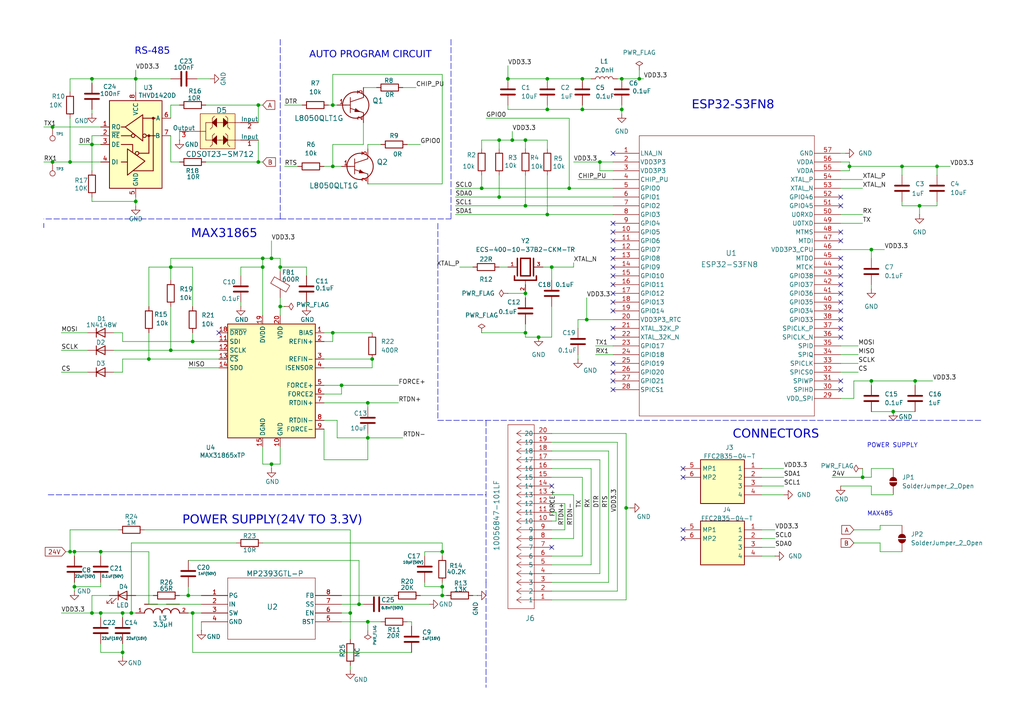
<source format=kicad_sch>
(kicad_sch (version 20231120) (generator "eeschema") (generator_version "8.0")
  (paper "A4")
  (lib_symbols
    (symbol "10056847:10056847-101LF" (pin_names (offset 0.254))
      (property "Reference" "J" (at 8.89 6.35 0))
      (property "Value" "10056847-101LF" (at 0 0 0))
      (symbol "10056847-101LF_1_1"
        (pin unspecified line (at 0 0 0) (length 5.08) (name "1") (number "1"))
        (pin unspecified line (at 0 -22.86 0) (length 5.08) (name "10") (number "10"))
        (pin unspecified line (at 0 -25.4 0) (length 5.08) (name "11") (number "11"))
        (pin unspecified line (at 0 -27.94 0) (length 5.08) (name "12") (number "12"))
        (pin unspecified line (at 0 -30.48 0) (length 5.08) (name "13") (number "13"))
        (pin unspecified line (at 0 -33.02 0) (length 5.08) (name "14") (number "14"))
        (pin unspecified line (at 0 -35.56 0) (length 5.08) (name "15") (number "15"))
        (pin unspecified line (at 0 -38.1 0) (length 5.08) (name "16") (number "16"))
        (pin unspecified line (at 0 -40.64 0) (length 5.08) (name "17") (number "17"))
        (pin unspecified line (at 0 -43.18 0) (length 5.08) (name "18") (number "18"))
        (pin unspecified line (at 0 -45.72 0) (length 5.08) (name "19") (number "19"))
        (pin unspecified line (at 0 -2.54 0) (length 5.08) (name "2") (number "2"))
        (pin unspecified line (at 0 -48.26 0) (length 5.08) (name "20") (number "20"))
        (pin unspecified line (at 0 -5.08 0) (length 5.08) (name "3") (number "3"))
        (pin unspecified line (at 0 -7.62 0) (length 5.08) (name "4") (number "4"))
        (pin unspecified line (at 0 -10.16 0) (length 5.08) (name "5") (number "5"))
        (pin unspecified line (at 0 -12.7 0) (length 5.08) (name "6") (number "6"))
        (pin unspecified line (at 0 -15.24 0) (length 5.08) (name "7") (number "7"))
        (pin unspecified line (at 0 -17.78 0) (length 5.08) (name "8") (number "8"))
        (pin unspecified line (at 0 -20.32 0) (length 5.08) (name "9") (number "9"))
      )
    )
    (symbol "Connector:TestPoint" (pin_numbers hide) (pin_names (offset 0.762) hide)
      (property "Reference" "TP" (at 0 6.858 0))
      (property "Value" "TestPoint" (at 0 5.08 0))
      (symbol "TestPoint_1_1"
        (pin passive line (at 0 0 90) (length 2.54) (name "1") (number "1"))
      )
    )
    (symbol "Device:C" (pin_numbers hide) (pin_names (offset 0.254))
      (property "Reference" "C" (at 0.635 2.54 0))
      (property "Value" "C" (at 0.635 -2.54 0))
      (symbol "C_1_1"
        (pin passive line (at 0 3.81 270) (length 2.794) (name "~") (number "1"))
        (pin passive line (at 0 -3.81 90) (length 2.794) (name "~") (number "2"))
      )
    )
    (symbol "Device:FerriteBead" (pin_numbers hide) (pin_names (offset 0))
      (property "Reference" "FB" (at -3.81 0.635 90))
      (property "Value" "FerriteBead" (at 3.81 0 90))
      (symbol "FerriteBead_1_1"
        (pin passive line (at 0 3.81 270) (length 2.54) (name "~") (number "1"))
        (pin passive line (at 0 -3.81 90) (length 2.54) (name "~") (number "2"))
      )
    )
    (symbol "Device:L" (pin_numbers hide) (pin_names (offset 1.016) hide)
      (property "Reference" "L" (at -1.27 0 90))
      (property "Value" "L" (at 1.905 0 90))
      (symbol "L_1_1"
        (pin passive line (at 0 3.81 270) (length 1.27) (name "1") (number "1"))
        (pin passive line (at 0 -3.81 90) (length 1.27) (name "2") (number "2"))
      )
    )
    (symbol "Device:LED" (pin_numbers hide) (pin_names (offset 1.016) hide)
      (property "Reference" "D" (at 0 2.54 0))
      (property "Value" "LED" (at 0 -2.54 0))
      (symbol "LED_1_1"
        (pin passive line (at -3.81 0 0) (length 2.54) (name "K") (number "1"))
        (pin passive line (at 3.81 0 180) (length 2.54) (name "A") (number "2"))
      )
    )
    (symbol "Device:R" (pin_numbers hide) (pin_names (offset 0))
      (property "Reference" "R" (at 2.032 0 90))
      (property "Value" "R" (at 0 0 90))
      (symbol "R_1_1"
        (pin passive line (at 0 3.81 270) (length 1.27) (name "~") (number "1"))
        (pin passive line (at 0 -3.81 90) (length 1.27) (name "~") (number "2"))
      )
    )
    (symbol "Diode:1N4148W" (pin_numbers hide) (pin_names hide)
      (property "Reference" "D" (at 0 2.54 0))
      (property "Value" "1N4148W" (at 0 -2.54 0))
      (symbol "1N4148W_1_1"
        (pin passive line (at -3.81 0 0) (length 2.54) (name "K") (number "1"))
        (pin passive line (at 3.81 0 180) (length 2.54) (name "A") (number "2"))
      )
    )
    (symbol "ECS-400-10-37B2-CKM-TR:ECS-400-10-37B2-CKM-TR" (pin_names (offset 1.016))
      (property "Reference" "Y" (at -5.0878 6.3559 0))
      (property "Value" "ECS-400-10-37B2-CKM-TR" (at -5.0944 3.7956 0))
      (symbol "ECS-400-10-37B2-CKM-TR_0_0"
        (pin passive line (at -5.08 0 0) (length 2.54) (name "~") (number "1"))
        (pin power_in line (at 0 -7.62 90) (length 2.54) (name "~") (number "2"))
        (pin passive line (at 5.08 0 180) (length 2.54) (name "~") (number "3"))
      )
    )
    (symbol "ESP32-S3FN8:ESP32-S3FN8" (pin_names (offset 0.254))
      (property "Reference" "U" (at 33.02 10.16 0))
      (property "Value" "ESP32-S3FN8" (at 33.02 7.62 0))
      (symbol "ESP32-S3FN8_0_1"
        (pin bidirectional line (at 0 0 0) (length 7.62) (name "LNA_IN") (number "1"))
        (pin bidirectional line (at 0 -22.86 0) (length 7.62) (name "GPIO5") (number "10"))
        (pin bidirectional line (at 0 -25.4 0) (length 7.62) (name "GPIO6") (number "11"))
        (pin bidirectional line (at 0 -27.94 0) (length 7.62) (name "GPIO7") (number "12"))
        (pin bidirectional line (at 0 -30.48 0) (length 7.62) (name "GPIO8") (number "13"))
        (pin bidirectional line (at 0 -33.02 0) (length 7.62) (name "GPIO9") (number "14"))
        (pin bidirectional line (at 0 -35.56 0) (length 7.62) (name "GPIO10") (number "15"))
        (pin bidirectional line (at 0 -38.1 0) (length 7.62) (name "GPIO11") (number "16"))
        (pin bidirectional line (at 0 -40.64 0) (length 7.62) (name "GPIO12") (number "17"))
        (pin bidirectional line (at 0 -43.18 0) (length 7.62) (name "GPIO13") (number "18"))
        (pin bidirectional line (at 0 -45.72 0) (length 7.62) (name "GPIO14") (number "19"))
        (pin power_in line (at 0 -2.54 0) (length 7.62) (name "VDD3P3") (number "2"))
        (pin power_in line (at 0 -48.26 0) (length 7.62) (name "VDD3P3_RTC") (number "20"))
        (pin bidirectional line (at 0 -50.8 0) (length 7.62) (name "XTAL_32K_P") (number "21"))
        (pin bidirectional line (at 0 -53.34 0) (length 7.62) (name "XTAL_32K_N") (number "22"))
        (pin bidirectional line (at 0 -55.88 0) (length 7.62) (name "GPIO17") (number "23"))
        (pin bidirectional line (at 0 -58.42 0) (length 7.62) (name "GPIO18") (number "24"))
        (pin bidirectional line (at 0 -60.96 0) (length 7.62) (name "GPIO19") (number "25"))
        (pin bidirectional line (at 0 -63.5 0) (length 7.62) (name "GPIO20") (number "26"))
        (pin bidirectional line (at 0 -66.04 0) (length 7.62) (name "GPIO21") (number "27"))
        (pin bidirectional line (at 0 -68.58 0) (length 7.62) (name "SPICS1") (number "28"))
        (pin power_in line (at 66.04 -71.12 180) (length 7.62) (name "VDD_SPI") (number "29"))
        (pin power_in line (at 0 -5.08 0) (length 7.62) (name "VDD3P3") (number "3"))
        (pin bidirectional line (at 66.04 -68.58 180) (length 7.62) (name "SPIHD") (number "30"))
        (pin bidirectional line (at 66.04 -66.04 180) (length 7.62) (name "SPIWP") (number "31"))
        (pin bidirectional line (at 66.04 -63.5 180) (length 7.62) (name "SPICS0") (number "32"))
        (pin bidirectional line (at 66.04 -60.96 180) (length 7.62) (name "SPICLK") (number "33"))
        (pin bidirectional line (at 66.04 -58.42 180) (length 7.62) (name "SPIQ") (number "34"))
        (pin bidirectional line (at 66.04 -55.88 180) (length 7.62) (name "SPID") (number "35"))
        (pin bidirectional line (at 66.04 -53.34 180) (length 7.62) (name "SPICLK_N") (number "36"))
        (pin bidirectional line (at 66.04 -50.8 180) (length 7.62) (name "SPICLK_P") (number "37"))
        (pin bidirectional line (at 66.04 -48.26 180) (length 7.62) (name "GPIO33") (number "38"))
        (pin bidirectional line (at 66.04 -45.72 180) (length 7.62) (name "GPIO34") (number "39"))
        (pin input line (at 0 -7.62 0) (length 7.62) (name "CHIP_PU") (number "4"))
        (pin bidirectional line (at 66.04 -43.18 180) (length 7.62) (name "GPIO35") (number "40"))
        (pin bidirectional line (at 66.04 -40.64 180) (length 7.62) (name "GPIO36") (number "41"))
        (pin bidirectional line (at 66.04 -38.1 180) (length 7.62) (name "GPIO37") (number "42"))
        (pin bidirectional line (at 66.04 -35.56 180) (length 7.62) (name "GPIO38") (number "43"))
        (pin bidirectional line (at 66.04 -33.02 180) (length 7.62) (name "MTCK") (number "44"))
        (pin bidirectional line (at 66.04 -30.48 180) (length 7.62) (name "MTDO") (number "45"))
        (pin power_in line (at 66.04 -27.94 180) (length 7.62) (name "VDD3P3_CPU") (number "46"))
        (pin bidirectional line (at 66.04 -25.4 180) (length 7.62) (name "MTDI") (number "47"))
        (pin bidirectional line (at 66.04 -22.86 180) (length 7.62) (name "MTMS") (number "48"))
        (pin bidirectional line (at 66.04 -20.32 180) (length 7.62) (name "U0TXD") (number "49"))
        (pin bidirectional line (at 0 -10.16 0) (length 7.62) (name "GPIO0") (number "5"))
        (pin bidirectional line (at 66.04 -17.78 180) (length 7.62) (name "U0RXD") (number "50"))
        (pin bidirectional line (at 66.04 -15.24 180) (length 7.62) (name "GPIO45") (number "51"))
        (pin bidirectional line (at 66.04 -12.7 180) (length 7.62) (name "GPIO46") (number "52"))
        (pin output line (at 66.04 -10.16 180) (length 7.62) (name "XTAL_N") (number "53"))
        (pin input line (at 66.04 -7.62 180) (length 7.62) (name "XTAL_P") (number "54"))
        (pin power_in line (at 66.04 -5.08 180) (length 7.62) (name "VDDA") (number "55"))
        (pin power_in line (at 66.04 -2.54 180) (length 7.62) (name "VDDA") (number "56"))
        (pin power_out line (at 66.04 0 180) (length 7.62) (name "GND") (number "57"))
        (pin bidirectional line (at 0 -12.7 0) (length 7.62) (name "GPIO1") (number "6"))
        (pin bidirectional line (at 0 -15.24 0) (length 7.62) (name "GPIO2") (number "7"))
        (pin bidirectional line (at 0 -17.78 0) (length 7.62) (name "GPIO3") (number "8"))
        (pin bidirectional line (at 0 -20.32 0) (length 7.62) (name "GPIO4") (number "9"))
      )
    )
    (symbol "FFC2B35-04-T:FFC2B35-04-T"
      (property "Reference" "J" (at 19.05 7.62 0))
      (property "Value" "FFC2B35-04-T" (at 19.05 5.08 0))
      (symbol "FFC2B35-04-T_1_1"
        (pin passive line (at 22.86 0 180) (length 5.08) (name "1") (number "1"))
        (pin passive line (at 22.86 -2.54 180) (length 5.08) (name "2") (number "2"))
        (pin passive line (at 22.86 -5.08 180) (length 5.08) (name "3") (number "3"))
        (pin passive line (at 22.86 -7.62 180) (length 5.08) (name "4") (number "4"))
        (pin passive line (at 0 0 0) (length 5.08) (name "MP1") (number "5"))
        (pin passive line (at 0 -2.54 0) (length 5.08) (name "MP2") (number "6"))
      )
    )
    (symbol "Interface_UART:THVD1420D"
      (property "Reference" "U" (at -6.096 11.43 0))
      (property "Value" "THVD1420D" (at 0.762 11.43 0))
      (symbol "THVD1420D_1_1"
        (pin output line (at -10.16 5.08 0) (length 2.54) (name "RO") (number "1"))
        (pin input line (at -10.16 2.54 0) (length 2.54) (name "~{RE}") (number "2"))
        (pin input line (at -10.16 0 0) (length 2.54) (name "DE") (number "3"))
        (pin input line (at -10.16 -5.08 0) (length 2.54) (name "DI") (number "4"))
        (pin power_in line (at 0 -15.24 90) (length 2.54) (name "GND") (number "5"))
        (pin bidirectional line (at 10.16 7.62 180) (length 2.54) (name "A") (number "6"))
        (pin bidirectional line (at 10.16 2.54 180) (length 2.54) (name "B") (number "7"))
        (pin power_in line (at 0 15.24 270) (length 2.54) (name "VCC") (number "8"))
      )
    )
    (symbol "Jumper:SolderJumper_2_Open" (pin_numbers hide) (pin_names (offset 0) hide) (exclude_from_sim yes) (in_bom no)
      (property "Reference" "JP" (at 0 2.032 0))
      (property "Value" "SolderJumper_2_Open" (at 0 -2.54 0))
      (symbol "SolderJumper_2_Open_1_1"
        (pin passive line (at -3.81 0 0) (length 2.54) (name "A") (number "1"))
        (pin passive line (at 3.81 0 180) (length 2.54) (name "B") (number "2"))
      )
    )
    (symbol "L8050QLT1G:L8050QLT1G" (pin_names (offset 0.254))
      (property "Reference" "Q" (at 10.16 2.54 0))
      (property "Value" "L8050QLT1G" (at 10.16 -2.54 0))
      (symbol "L8050QLT1G_1_1"
        (pin input line (at 0 0 0) (length 2.54) (name "") (number "1"))
        (pin bidirectional line (at 7.62 -5.08 90) (length 2.54) (name "") (number "2"))
        (pin output line (at 7.62 5.08 270) (length 2.54) (name "") (number "3"))
      )
    )
    (symbol "MP2393:MP2393GTL-P" (pin_names (offset 0.254))
      (property "Reference" "U" (at 20.32 10.16 0))
      (property "Value" "MP2393GTL-P" (at 20.32 7.62 0))
      (symbol "MP2393GTL-P_0_1"
        (pin output line (at 0 0 0) (length 7.62) (name "PG") (number "1"))
        (pin power_in line (at 0 -2.54 0) (length 7.62) (name "IN") (number "2"))
        (pin output line (at 0 -5.08 0) (length 7.62) (name "SW") (number "3"))
        (pin power_in line (at 0 -7.62 0) (length 7.62) (name "GND") (number "4"))
        (pin power_in line (at 40.64 -7.62 180) (length 7.62) (name "BST") (number "5"))
        (pin unspecified line (at 40.64 -5.08 180) (length 7.62) (name "EN") (number "6"))
        (pin unspecified line (at 40.64 -2.54 180) (length 7.62) (name "SS") (number "7"))
        (pin unspecified line (at 40.64 0 180) (length 7.62) (name "FB") (number "8"))
      )
    )
    (symbol "Sensor_Temperature:MAX31865xTP"
      (property "Reference" "U" (at -11.43 19.05 0))
      (property "Value" "MAX31865xTP" (at 10.16 19.05 0))
      (symbol "MAX31865xTP_1_1"
        (pin power_out line (at 15.24 15.24 180) (length 2.54) (name "BIAS") (number "1"))
        (pin power_in line (at 2.54 -17.78 90) (length 2.54) (name "GND") (number "10"))
        (pin input line (at -15.24 12.7 0) (length 2.54) (name "SDI") (number "11"))
        (pin input line (at -15.24 10.16 0) (length 2.54) (name "SCLK") (number "12"))
        (pin input line (at -15.24 7.62 0) (length 2.54) (name "~{CS}") (number "13"))
        (pin tri_state line (at -15.24 5.08 0) (length 2.54) (name "SDO") (number "14"))
        (pin power_in line (at -2.54 -17.78 90) (length 2.54) (name "DGND") (number "15"))
        (pin passive line (at 2.54 -17.78 90) (length 2.54) hide (name "GND") (number "16"))
        (pin no_connect line (at -12.7 -2.54 0) (length 2.54) hide (name "NC") (number "17"))
        (pin output line (at -15.24 15.24 0) (length 2.54) (name "~{DRDY}") (number "18"))
        (pin power_in line (at -2.54 20.32 270) (length 2.54) (name "DVDD") (number "19"))
        (pin input line (at 15.24 12.7 180) (length 2.54) (name "REFIN+") (number "2"))
        (pin power_in line (at 2.54 20.32 270) (length 2.54) (name "VDD") (number "20"))
        (pin passive line (at 2.54 -17.78 90) (length 2.54) hide (name "GND") (number "21"))
        (pin input line (at 15.24 7.62 180) (length 2.54) (name "REFIN-") (number "3"))
        (pin passive line (at 15.24 5.08 180) (length 2.54) (name "ISENSOR") (number "4"))
        (pin passive line (at 15.24 0 180) (length 2.54) (name "FORCE+") (number "5"))
        (pin input line (at 15.24 -2.54 180) (length 2.54) (name "FORCE2") (number "6"))
        (pin input line (at 15.24 -5.08 180) (length 2.54) (name "RTDIN+") (number "7"))
        (pin input line (at 15.24 -10.16 180) (length 2.54) (name "RTDIN-") (number "8"))
        (pin power_out line (at 15.24 -12.7 180) (length 2.54) (name "FORCE-") (number "9"))
      )
    )
    (symbol "WE-HCI_7050:WE-HCI_7050" (pin_names (offset 1.016))
      (property "Reference" "L" (at -0.06 3.81 0))
      (property "Value" "WE-HCI_7050" (at -2.7 -2.8 0))
      (symbol "WE-HCI_7050_0_0"
        (pin passive line (at -7.62 0 0) (length 2.54) (name "~") (number "1"))
        (pin passive line (at 7.62 0 180) (length 2.54) (name "~") (number "2"))
      )
    )
    (symbol "dk_TVS-Diodes:CDSOT23-SM712" (pin_names (offset 0))
      (property "Reference" "D" (at -4.953 5.969 0))
      (property "Value" "CDSOT23-SM712" (at 0 -6.35 0))
      (symbol "CDSOT23-SM712_1_1"
        (pin input line (at -12.7 2.54 0) (length 5.08) (name "Input") (number "1"))
        (pin input line (at -12.7 -2.54 0) (length 5.08) (name "Input") (number "2"))
        (pin output line (at 10.16 0 180) (length 2.54) (name "Output") (number "3"))
      )
    )
    (symbol "power:GND" (power) (pin_numbers hide) (pin_names (offset 0) hide)
      (property "Value" "GND" (at 0 -3.81 0))
      (symbol "GND_1_1"
        (pin power_in line (at 0 0 270) (length 0) (name "~") (number "1"))
      )
    )
    (symbol "power:PWR_FLAG" (power) (pin_numbers hide) (pin_names (offset 0) hide)
      (property "Value" "PWR_FLAG" (at 0 3.81 0))
      (symbol "PWR_FLAG_0_0"
        (pin power_out line (at 0 0 90) (length 0) (name "~") (number "1"))
      )
    )
  )
  (junction (at 128.27 172.72))
  (junction (at 128.27 160.02))
  (junction (at 15.24 36.83))
  (junction (at 38.1 177.8))
  (junction (at 250.19 138.43))
  (junction (at 74.93 30.48))
  (junction (at 49.53 77.47))
  (junction (at 55.88 99.06))
  (junction (at 259.08 119.38))
  (junction (at 261.62 48.26))
  (junction (at 81.28 88.9))
  (junction (at 35.56 189.23))
  (junction (at 20.32 46.99))
  (junction (at 21.59 160.02))
  (junction (at 35.56 177.8))
  (junction (at 99.06 111.76))
  (junction (at 156.21 97.79))
  (junction (at 26.67 22.86))
  (junction (at 152.4 96.52))
  (junction (at 43.18 104.14))
  (junction (at 96.52 48.26))
  (junction (at 20.32 160.02))
  (junction (at 15.24 46.99))
  (junction (at 49.53 101.6))
  (junction (at 152.4 40.64))
  (junction (at 158.75 31.75))
  (junction (at 152.4 85.09))
  (junction (at 139.7 54.61))
  (junction (at 29.21 160.02))
  (junction (at 107.95 104.14))
  (junction (at 78.74 74.93))
  (junction (at 78.74 134.62))
  (junction (at 252.73 72.39))
  (junction (at 158.75 62.23))
  (junction (at 185.42 22.86))
  (junction (at 173.99 46.99))
  (junction (at 168.91 31.75))
  (junction (at 266.7 59.69))
  (junction (at 180.34 31.75))
  (junction (at 271.78 48.26))
  (junction (at 152.4 59.69))
  (junction (at 147.32 22.86))
  (junction (at 74.93 46.99))
  (junction (at 104.14 175.26))
  (junction (at 26.67 177.8))
  (junction (at 265.43 110.49))
  (junction (at 160.02 77.47))
  (junction (at 39.37 22.86))
  (junction (at 165.1 54.61))
  (junction (at 246.38 48.26))
  (junction (at 76.2 77.47))
  (junction (at 144.78 57.15))
  (junction (at 181.61 147.32))
  (junction (at 252.73 110.49))
  (junction (at 144.78 40.64))
  (junction (at 29.21 177.8))
  (junction (at 39.37 58.42))
  (junction (at 96.52 96.52))
  (junction (at 148.59 40.64))
  (junction (at 96.52 30.48))
  (junction (at 180.34 22.86))
  (junction (at 21.59 170.18))
  (junction (at 76.2 74.93))
  (junction (at 101.6 177.8))
  (junction (at 168.91 22.86))
  (junction (at 106.68 116.84))
  (junction (at 26.67 41.91))
  (junction (at 170.18 92.71))
  (junction (at 54.61 172.72))
  (junction (at 55.88 177.8))
  (junction (at 81.28 77.47))
  (junction (at 128.27 170.18))
  (junction (at 158.75 22.86))
  (junction (at 106.68 180.34))
  (junction (at 106.68 127))
  (no_connect (at 177.8 87.63))
  (no_connect (at 177.8 97.79))
  (no_connect (at 177.8 67.31))
  (no_connect (at 177.8 113.03))
  (no_connect (at 243.84 59.69))
  (no_connect (at 177.8 44.45))
  (no_connect (at 160.02 158.75))
  (no_connect (at 177.8 107.95))
  (no_connect (at 243.84 80.01))
  (no_connect (at 177.8 69.85))
  (no_connect (at 177.8 72.39))
  (no_connect (at 198.12 138.43))
  (no_connect (at 243.84 97.79))
  (no_connect (at 243.84 57.15))
  (no_connect (at 243.84 87.63))
  (no_connect (at 198.12 153.67))
  (no_connect (at 243.84 77.47))
  (no_connect (at 177.8 95.25))
  (no_connect (at 243.84 113.03))
  (no_connect (at 177.8 64.77))
  (no_connect (at 243.84 92.71))
  (no_connect (at 177.8 85.09))
  (no_connect (at 177.8 90.17))
  (no_connect (at 243.84 90.17))
  (no_connect (at 198.12 135.89))
  (no_connect (at 177.8 110.49))
  (no_connect (at 177.8 74.93))
  (no_connect (at 243.84 67.31))
  (no_connect (at 243.84 74.93))
  (no_connect (at 177.8 82.55))
  (no_connect (at 243.84 82.55))
  (no_connect (at 63.5 96.52))
  (no_connect (at 177.8 77.47))
  (no_connect (at 160.02 140.97))
  (no_connect (at 177.8 105.41))
  (no_connect (at 243.84 69.85))
  (no_connect (at 243.84 110.49))
  (no_connect (at 243.84 95.25))
  (no_connect (at 243.84 85.09))
  (no_connect (at 198.12 156.21))
  (no_connect (at 177.8 80.01))
  (wire (pts (xy 252.73 135.89) (xy 252.73 138.43)))
  (wire (pts (xy 88.9 77.47) (xy 88.9 80.01)))
  (wire (pts (xy 12.7 46.99) (xy 15.24 46.99)))
  (wire (pts (xy 43.18 104.14) (xy 35.56 104.14)))
  (wire (pts (xy 243.84 72.39) (xy 252.73 72.39)))
  (wire (pts (xy 82.55 30.48) (xy 87.63 30.48)))
  (wire (pts (xy 255.27 153.67) (xy 255.27 152.4)))
  (wire (pts (xy 160.02 128.27) (xy 179.07 128.27)))
  (wire (pts (xy 41.91 153.67) (xy 101.6 153.67)))
  (wire (pts (xy 20.32 22.86) (xy 26.67 22.86)))
  (wire (pts (xy 261.62 58.42) (xy 261.62 59.69)))
  (wire (pts (xy 158.75 50.8) (xy 158.75 62.23)))
  (wire (pts (xy 243.84 107.95) (xy 248.92 107.95)))
  (wire (pts (xy 144.78 50.8) (xy 144.78 57.15)))
  (wire (pts (xy 15.24 36.83) (xy 29.21 36.83)))
  (wire (pts (xy 179.07 22.86) (xy 180.34 22.86)))
  (wire (pts (xy 261.62 59.69) (xy 266.7 59.69)))
  (polyline (pts (xy 12.7 64.77) (xy 12.7 66.04)) (stroke (width 0) (type dash)))
  (wire (pts (xy 243.84 44.45) (xy 245.11 44.45)))
  (wire (pts (xy 99.06 175.26) (xy 104.14 175.26)))
  (wire (pts (xy 96.52 99.06) (xy 96.52 96.52)))
  (wire (pts (xy 158.75 30.48) (xy 158.75 31.75)))
  (wire (pts (xy 35.56 99.06) (xy 35.56 96.52)))
  (wire (pts (xy 176.53 168.91) (xy 160.02 168.91)))
  (wire (pts (xy 166.37 143.51) (xy 166.37 156.21)))
  (wire (pts (xy 259.08 135.89) (xy 252.73 135.89)))
  (wire (pts (xy 160.02 133.35) (xy 173.99 133.35)))
  (wire (pts (xy 168.91 138.43) (xy 168.91 161.29)))
  (wire (pts (xy 104.14 162.56) (xy 104.14 175.26)))
  (wire (pts (xy 38.1 157.48) (xy 68.58 157.48)))
  (wire (pts (xy 243.84 102.87) (xy 248.92 102.87)))
  (wire (pts (xy 157.48 77.47) (xy 160.02 77.47)))
  (wire (pts (xy 179.07 171.45) (xy 160.02 171.45)))
  (wire (pts (xy 144.78 40.64) (xy 148.59 40.64)))
  (wire (pts (xy 21.59 168.91) (xy 21.59 170.18)))
  (wire (pts (xy 252.73 119.38) (xy 259.08 119.38)))
  (wire (pts (xy 101.6 177.8) (xy 101.6 153.67)))
  (wire (pts (xy 152.4 40.64) (xy 158.75 40.64)))
  (wire (pts (xy 96.52 96.52) (xy 107.95 96.52)))
  (wire (pts (xy 99.06 177.8) (xy 101.6 177.8)))
  (wire (pts (xy 252.73 82.55) (xy 252.73 83.82)))
  (wire (pts (xy 81.28 86.36) (xy 81.28 88.9)))
  (wire (pts (xy 106.68 118.11) (xy 106.68 116.84)))
  (wire (pts (xy 147.32 85.09) (xy 152.4 85.09)))
  (wire (pts (xy 17.78 177.8) (xy 26.67 177.8)))
  (wire (pts (xy 78.74 134.62) (xy 81.28 134.62)))
  (polyline (pts (xy 81.28 63.5) (xy 12.7 63.5)) (stroke (width 0) (type dash)))
  (wire (pts (xy 26.67 177.8) (xy 29.21 177.8)))
  (wire (pts (xy 118.11 180.34) (xy 119.38 180.34)))
  (wire (pts (xy 220.98 156.21) (xy 224.79 156.21)))
  (polyline (pts (xy 13.97 143.51) (xy 127 143.51)) (stroke (width 0) (type dash)))
  (wire (pts (xy 17.78 107.95) (xy 25.4 107.95)))
  (wire (pts (xy 49.53 30.48) (xy 52.07 30.48)))
  (wire (pts (xy 132.08 62.23) (xy 158.75 62.23)))
  (wire (pts (xy 158.75 22.86) (xy 168.91 22.86)))
  (wire (pts (xy 140.97 34.29) (xy 165.1 34.29)))
  (wire (pts (xy 246.38 48.26) (xy 246.38 46.99)))
  (wire (pts (xy 152.4 50.8) (xy 152.4 59.69)))
  (wire (pts (xy 119.38 180.34) (xy 119.38 181.61)))
  (wire (pts (xy 123.19 170.18) (xy 123.19 168.91)))
  (wire (pts (xy 139.7 43.18) (xy 139.7 40.64)))
  (wire (pts (xy 43.18 88.9) (xy 43.18 77.47)))
  (wire (pts (xy 54.61 170.18) (xy 54.61 172.72)))
  (wire (pts (xy 39.37 58.42) (xy 39.37 59.69)))
  (wire (pts (xy 104.14 175.26) (xy 105.41 175.26)))
  (wire (pts (xy 20.32 46.99) (xy 29.21 46.99)))
  (wire (pts (xy 43.18 96.52) (xy 43.18 104.14)))
  (wire (pts (xy 35.56 96.52) (xy 33.02 96.52)))
  (wire (pts (xy 39.37 22.86) (xy 39.37 26.67)))
  (wire (pts (xy 59.69 46.99) (xy 74.93 46.99)))
  (wire (pts (xy 170.18 86.36) (xy 170.18 92.71)))
  (wire (pts (xy 29.21 186.69) (xy 29.21 189.23)))
  (wire (pts (xy 93.98 114.3) (xy 99.06 114.3)))
  (wire (pts (xy 243.84 105.41) (xy 248.92 105.41)))
  (wire (pts (xy 49.53 46.99) (xy 52.07 46.99)))
  (wire (pts (xy 266.7 59.69) (xy 266.7 62.23)))
  (wire (pts (xy 247.65 115.57) (xy 247.65 110.49)))
  (wire (pts (xy 105.41 25.4) (xy 109.22 25.4)))
  (wire (pts (xy 161.29 148.59) (xy 161.29 151.13)))
  (wire (pts (xy 96.52 41.91) (xy 96.52 48.26)))
  (polyline (pts (xy 284.48 121.92) (xy 177.8 121.92)) (stroke (width 0) (type dash)))
  (wire (pts (xy 55.88 177.8) (xy 58.42 177.8)))
  (wire (pts (xy 54.61 162.56) (xy 104.14 162.56)))
  (wire (pts (xy 160.02 130.81) (xy 176.53 130.81)))
  (wire (pts (xy 35.56 177.8) (xy 38.1 177.8)))
  (wire (pts (xy 35.56 104.14) (xy 35.56 107.95)))
  (wire (pts (xy 88.9 88.9) (xy 88.9 87.63)))
  (wire (pts (xy 63.5 104.14) (xy 43.18 104.14)))
  (wire (pts (xy 106.68 116.84) (xy 115.57 116.84)))
  (wire (pts (xy 39.37 22.86) (xy 49.53 22.86)))
  (wire (pts (xy 55.88 99.06) (xy 35.56 99.06)))
  (wire (pts (xy 148.59 38.1) (xy 148.59 40.64)))
  (wire (pts (xy 180.34 33.02) (xy 180.34 31.75)))
  (wire (pts (xy 76.2 74.93) (xy 78.74 74.93)))
  (wire (pts (xy 166.37 77.47) (xy 160.02 77.47)))
  (wire (pts (xy 20.32 22.86) (xy 20.32 26.67)))
  (wire (pts (xy 54.61 177.8) (xy 55.88 177.8)))
  (wire (pts (xy 139.7 54.61) (xy 165.1 54.61)))
  (wire (pts (xy 93.98 116.84) (xy 106.68 116.84)))
  (wire (pts (xy 21.59 160.02) (xy 21.59 161.29)))
  (wire (pts (xy 160.02 163.83) (xy 171.45 163.83)))
  (wire (pts (xy 123.19 170.18) (xy 128.27 170.18)))
  (wire (pts (xy 35.56 189.23) (xy 35.56 190.5)))
  (wire (pts (xy 26.67 22.86) (xy 26.67 24.13)))
  (polyline (pts (xy 127 143.51) (xy 140.97 143.51)) (stroke (width 0) (type dash)))
  (wire (pts (xy 52.07 38.1) (xy 52.07 40.64)))
  (wire (pts (xy 172.72 102.87) (xy 177.8 102.87)))
  (wire (pts (xy 144.78 57.15) (xy 177.8 57.15)))
  (wire (pts (xy 243.84 62.23) (xy 250.19 62.23)))
  (wire (pts (xy 243.84 52.07) (xy 250.19 52.07)))
  (wire (pts (xy 220.98 153.67) (xy 224.79 153.67)))
  (wire (pts (xy 54.61 172.72) (xy 58.42 172.72)))
  (wire (pts (xy 81.28 77.47) (xy 88.9 77.47)))
  (wire (pts (xy 81.28 129.54) (xy 81.28 134.62)))
  (wire (pts (xy 96.52 48.26) (xy 99.06 48.26)))
  (polyline (pts (xy 81.28 63.5) (xy 130.81 63.5)) (stroke (width 0) (type dash)))
  (wire (pts (xy 185.42 20.32) (xy 185.42 22.86)))
  (wire (pts (xy 78.74 69.85) (xy 78.74 74.93)))
  (wire (pts (xy 158.75 62.23) (xy 177.8 62.23)))
  (wire (pts (xy 58.42 182.88) (xy 58.42 180.34)))
  (wire (pts (xy 21.59 170.18) (xy 21.59 171.45)))
  (wire (pts (xy 20.32 34.29) (xy 20.32 46.99)))
  (wire (pts (xy 55.88 189.23) (xy 119.38 189.23)))
  (wire (pts (xy 106.68 41.91) (xy 106.68 43.18)))
  (wire (pts (xy 160.02 146.05) (xy 163.83 146.05)))
  (wire (pts (xy 139.7 50.8) (xy 139.7 54.61)))
  (wire (pts (xy 49.53 74.93) (xy 76.2 74.93)))
  (wire (pts (xy 107.95 104.14) (xy 107.95 106.68)))
  (wire (pts (xy 243.84 100.33) (xy 248.92 100.33)))
  (wire (pts (xy 166.37 76.2) (xy 166.37 77.47)))
  (wire (pts (xy 96.52 21.59) (xy 96.52 30.48)))
  (wire (pts (xy 97.79 127) (xy 106.68 127)))
  (wire (pts (xy 29.21 177.8) (xy 35.56 177.8)))
  (wire (pts (xy 271.78 59.69) (xy 266.7 59.69)))
  (wire (pts (xy 74.93 30.48) (xy 76.2 30.48)))
  (wire (pts (xy 74.93 30.48) (xy 74.93 35.56)))
  (wire (pts (xy 176.53 130.81) (xy 176.53 168.91)))
  (wire (pts (xy 63.5 101.6) (xy 49.53 101.6)))
  (wire (pts (xy 147.32 30.48) (xy 147.32 31.75)))
  (wire (pts (xy 160.02 135.89) (xy 171.45 135.89)))
  (wire (pts (xy 99.06 111.76) (xy 115.57 111.76)))
  (wire (pts (xy 182.88 147.32) (xy 181.61 147.32)))
  (wire (pts (xy 74.93 40.64) (xy 74.93 46.99)))
  (wire (pts (xy 156.21 97.79) (xy 152.4 97.79)))
  (wire (pts (xy 26.67 172.72) (xy 31.75 172.72)))
  (wire (pts (xy 167.64 102.87) (xy 167.64 104.14)))
  (wire (pts (xy 220.98 135.89) (xy 227.33 135.89)))
  (wire (pts (xy 246.38 48.26) (xy 261.62 48.26)))
  (wire (pts (xy 128.27 53.34) (xy 128.27 21.59)))
  (wire (pts (xy 105.41 35.56) (xy 105.41 41.91)))
  (wire (pts (xy 152.4 59.69) (xy 177.8 59.69)))
  (wire (pts (xy 17.78 101.6) (xy 25.4 101.6)))
  (wire (pts (xy 167.64 52.07) (xy 177.8 52.07)))
  (wire (pts (xy 147.32 22.86) (xy 158.75 22.86)))
  (wire (pts (xy 163.83 153.67) (xy 160.02 153.67)))
  (wire (pts (xy 252.73 72.39) (xy 256.54 72.39)))
  (wire (pts (xy 57.15 22.86) (xy 60.96 22.86)))
  (wire (pts (xy 69.85 77.47) (xy 69.85 80.01)))
  (wire (pts (xy 128.27 160.02) (xy 128.27 161.29)))
  (wire (pts (xy 250.19 138.43) (xy 252.73 138.43)))
  (wire (pts (xy 241.3 138.43) (xy 250.19 138.43)))
  (wire (pts (xy 173.99 49.53) (xy 173.99 46.99)))
  (wire (pts (xy 97.79 121.92) (xy 97.79 127)))
  (wire (pts (xy 106.68 180.34) (xy 106.68 182.88)))
  (wire (pts (xy 133.35 77.47) (xy 137.16 77.47)))
  (wire (pts (xy 93.98 104.14) (xy 107.95 104.14)))
  (wire (pts (xy 29.21 160.02) (xy 43.18 160.02)))
  (wire (pts (xy 167.64 92.71) (xy 170.18 92.71)))
  (wire (pts (xy 20.32 160.02) (xy 21.59 160.02)))
  (wire (pts (xy 120.65 25.4) (xy 116.84 25.4)))
  (wire (pts (xy 38.1 177.8) (xy 39.37 177.8)))
  (wire (pts (xy 168.91 22.86) (xy 171.45 22.86)))
  (wire (pts (xy 106.68 180.34) (xy 110.49 180.34)))
  (wire (pts (xy 165.1 54.61) (xy 177.8 54.61)))
  (wire (pts (xy 26.67 22.86) (xy 39.37 22.86)))
  (wire (pts (xy 29.21 39.37) (xy 26.67 39.37)))
  (wire (pts (xy 26.67 41.91) (xy 29.21 41.91)))
  (polyline (pts (xy 140.97 147.32) (xy 140.97 168.91)) (stroke (width 0) (type dash)))
  (wire (pts (xy 121.92 172.72) (xy 128.27 172.72)))
  (wire (pts (xy 118.11 41.91) (xy 121.92 41.91)))
  (wire (pts (xy 243.84 140.97) (xy 252.73 140.97)))
  (wire (pts (xy 81.28 74.93) (xy 81.28 77.47)))
  (wire (pts (xy 128.27 157.48) (xy 128.27 160.02)))
  (wire (pts (xy 261.62 48.26) (xy 271.78 48.26)))
  (wire (pts (xy 55.88 96.52) (xy 55.88 99.06)))
  (wire (pts (xy 168.91 30.48) (xy 168.91 31.75)))
  (wire (pts (xy 246.38 49.53) (xy 246.38 48.26)))
  (wire (pts (xy 247.65 157.48) (xy 255.27 157.48)))
  (wire (pts (xy 49.53 77.47) (xy 55.88 77.47)))
  (wire (pts (xy 247.65 153.67) (xy 255.27 153.67)))
  (wire (pts (xy 246.38 46.99) (xy 243.84 46.99)))
  (wire (pts (xy 21.59 160.02) (xy 29.21 160.02)))
  (wire (pts (xy 101.6 185.42) (xy 101.6 177.8)))
  (wire (pts (xy 76.2 74.93) (xy 76.2 77.47)))
  (wire (pts (xy 243.84 115.57) (xy 247.65 115.57)))
  (wire (pts (xy 93.98 121.92) (xy 97.79 121.92)))
  (wire (pts (xy 171.45 135.89) (xy 171.45 163.83)))
  (wire (pts (xy 26.67 49.53) (xy 26.67 41.91)))
  (wire (pts (xy 93.98 133.35) (xy 93.98 124.46)))
  (wire (pts (xy 29.21 170.18) (xy 29.21 168.91)))
  (polyline (pts (xy 81.28 11.43) (xy 81.28 63.5)) (stroke (width 0) (type dash)))
  (wire (pts (xy 220.98 143.51) (xy 227.33 143.51)))
  (wire (pts (xy 166.37 156.21) (xy 160.02 156.21)))
  (wire (pts (xy 12.7 36.83) (xy 15.24 36.83)))
  (wire (pts (xy 161.29 151.13) (xy 160.02 151.13)))
  (wire (pts (xy 26.67 39.37) (xy 26.67 41.91)))
  (wire (pts (xy 99.06 180.34) (xy 106.68 180.34)))
  (wire (pts (xy 93.98 111.76) (xy 99.06 111.76)))
  (wire (pts (xy 220.98 158.75) (xy 224.79 158.75)))
  (wire (pts (xy 128.27 170.18) (xy 128.27 172.72)))
  (wire (pts (xy 15.24 46.99) (xy 20.32 46.99)))
  (wire (pts (xy 220.98 140.97) (xy 227.33 140.97)))
  (wire (pts (xy 243.84 54.61) (xy 250.19 54.61)))
  (wire (pts (xy 180.34 30.48) (xy 180.34 31.75)))
  (wire (pts (xy 148.59 40.64) (xy 152.4 40.64)))
  (wire (pts (xy 252.73 110.49) (xy 265.43 110.49)))
  (wire (pts (xy 55.88 177.8) (xy 55.88 189.23)))
  (wire (pts (xy 29.21 189.23) (xy 35.56 189.23)))
  (wire (pts (xy 39.37 172.72) (xy 44.45 172.72)))
  (wire (pts (xy 106.68 41.91) (xy 110.49 41.91)))
  (wire (pts (xy 95.25 30.48) (xy 96.52 30.48)))
  (wire (pts (xy 137.16 172.72) (xy 138.43 172.72)))
  (wire (pts (xy 49.53 101.6) (xy 33.02 101.6)))
  (wire (pts (xy 165.1 34.29) (xy 165.1 54.61)))
  (wire (pts (xy 246.38 49.53) (xy 243.84 49.53)))
  (wire (pts (xy 76.2 129.54) (xy 76.2 134.62)))
  (wire (pts (xy 158.75 31.75) (xy 168.91 31.75)))
  (wire (pts (xy 39.37 20.32) (xy 39.37 22.86)))
  (wire (pts (xy 163.83 146.05) (xy 163.83 153.67)))
  (wire (pts (xy 152.4 96.52) (xy 152.4 93.98)))
  (wire (pts (xy 160.02 77.47) (xy 160.02 81.28)))
  (wire (pts (xy 173.99 133.35) (xy 173.99 166.37)))
  (wire (pts (xy 152.4 40.64) (xy 152.4 43.18)))
  (wire (pts (xy 166.37 46.99) (xy 173.99 46.99)))
  (wire (pts (xy 185.42 22.86) (xy 186.69 22.86)))
  (wire (pts (xy 93.98 99.06) (xy 96.52 99.06)))
  (wire (pts (xy 271.78 48.26) (xy 275.59 48.26)))
  (wire (pts (xy 144.78 77.47) (xy 147.32 77.47)))
  (wire (pts (xy 81.28 77.47) (xy 81.28 78.74)))
  (wire (pts (xy 160.02 143.51) (xy 166.37 143.51)))
  (wire (pts (xy 21.59 170.18) (xy 29.21 170.18)))
  (wire (pts (xy 252.73 110.49) (xy 252.73 111.76)))
  (wire (pts (xy 147.32 31.75) (xy 158.75 31.75)))
  (wire (pts (xy 99.06 111.76) (xy 99.06 114.3)))
  (polyline (pts (xy 140.97 121.92) (xy 140.97 147.32)) (stroke (width 0) (type dash)))
  (wire (pts (xy 35.56 177.8) (xy 35.56 179.07)))
  (wire (pts (xy 160.02 97.79) (xy 156.21 97.79)))
  (wire (pts (xy 19.05 160.02) (xy 20.32 160.02)))
  (polyline (pts (xy 140.97 168.91) (xy 140.97 199.39)) (stroke (width 0) (type dash)))
  (wire (pts (xy 106.68 127) (xy 116.84 127)))
  (wire (pts (xy 54.61 106.68) (xy 63.5 106.68)))
  (wire (pts (xy 99.06 172.72) (xy 114.3 172.72)))
  (wire (pts (xy 123.19 161.29) (xy 123.19 160.02)))
  (wire (pts (xy 255.27 160.02) (xy 261.62 160.02)))
  (wire (pts (xy 76.2 134.62) (xy 78.74 134.62)))
  (wire (pts (xy 152.4 85.09) (xy 152.4 86.36)))
  (wire (pts (xy 81.28 88.9) (xy 81.28 91.44)))
  (wire (pts (xy 20.32 153.67) (xy 20.32 160.02)))
  (wire (pts (xy 43.18 175.26) (xy 58.42 175.26)))
  (wire (pts (xy 265.43 110.49) (xy 270.51 110.49)))
  (wire (pts (xy 139.7 96.52) (xy 152.4 96.52)))
  (wire (pts (xy 106.68 133.35) (xy 106.68 127)))
  (wire (pts (xy 123.19 160.02) (xy 128.27 160.02)))
  (wire (pts (xy 147.32 19.05) (xy 147.32 22.86)))
  (wire (pts (xy 35.56 107.95) (xy 33.02 107.95)))
  (wire (pts (xy 181.61 147.32) (xy 181.61 173.99)))
  (wire (pts (xy 106.68 53.34) (xy 128.27 53.34)))
  (wire (pts (xy 69.85 87.63) (xy 69.85 88.9)))
  (wire (pts (xy 250.19 135.89) (xy 250.19 138.43)))
  (polyline (pts (xy 130.81 11.43) (xy 130.81 63.5)) (stroke (width 0) (type dash)))
  (wire (pts (xy 161.29 148.59) (xy 160.02 148.59)))
  (wire (pts (xy 38.1 157.48) (xy 38.1 177.8)))
  (wire (pts (xy 252.73 72.39) (xy 252.73 74.93)))
  (wire (pts (xy 259.08 119.38) (xy 265.43 119.38)))
  (wire (pts (xy 168.91 31.75) (xy 180.34 31.75)))
  (wire (pts (xy 173.99 166.37) (xy 160.02 166.37)))
  (wire (pts (xy 105.41 41.91) (xy 96.52 41.91)))
  (wire (pts (xy 179.07 128.27) (xy 179.07 171.45)))
  (wire (pts (xy 63.5 99.06) (xy 55.88 99.06)))
  (wire (pts (xy 220.98 138.43) (xy 227.33 138.43)))
  (wire (pts (xy 35.56 186.69) (xy 35.56 189.23)))
  (wire (pts (xy 128.27 21.59) (xy 96.52 21.59)))
  (wire (pts (xy 173.99 46.99) (xy 177.8 46.99)))
  (wire (pts (xy 26.67 31.75) (xy 26.67 33.02)))
  (wire (pts (xy 160.02 88.9) (xy 160.02 97.79)))
  (wire (pts (xy 158.75 40.64) (xy 158.75 43.18)))
  (wire (pts (xy 59.69 30.48) (xy 74.93 30.48)))
  (wire (pts (xy 78.74 134.62) (xy 78.74 135.89)))
  (wire (pts (xy 26.67 58.42) (xy 26.67 57.15)))
  (wire (pts (xy 49.53 88.9) (xy 49.53 101.6)))
  (wire (pts (xy 93.98 48.26) (xy 96.52 48.26)))
  (wire (pts (xy 76.2 91.44) (xy 76.2 77.47)))
  (wire (pts (xy 144.78 40.64) (xy 144.78 43.18)))
  (wire (pts (xy 255.27 157.48) (xy 255.27 160.02)))
  (wire (pts (xy 96.52 30.48) (xy 97.79 30.48)))
  (wire (pts (xy 43.18 160.02) (xy 43.18 175.26)))
  (wire (pts (xy 271.78 58.42) (xy 271.78 59.69)))
  (wire (pts (xy 93.98 133.35) (xy 106.68 133.35)))
  (wire (pts (xy 49.53 30.48) (xy 49.53 34.29)))
  (wire (pts (xy 168.91 161.29) (xy 160.02 161.29)))
  (wire (pts (xy 39.37 57.15) (xy 39.37 58.42)))
  (wire (pts (xy 29.21 177.8) (xy 29.21 179.07)))
  (polyline (pts (xy 127 64.77) (xy 127 121.92)) (stroke (width 0) (type dash)))
  (wire (pts (xy 26.67 172.72) (xy 26.67 177.8)))
  (wire (pts (xy 170.18 92.71) (xy 177.8 92.71)))
  (wire (pts (xy 93.98 106.68) (xy 107.95 106.68)))
  (wire (pts (xy 139.7 40.64) (xy 144.78 40.64)))
  (wire (pts (xy 252.73 140.97) (xy 252.73 143.51)))
  (wire (pts (xy 160.02 138.43) (xy 168.91 138.43)))
  (wire (pts (xy 113.03 175.26) (xy 124.46 175.26)))
  (wire (pts (xy 93.98 96.52) (xy 96.52 96.52)))
  (polyline (pts (xy 127 121.92) (xy 177.8 121.92)) (stroke (width 0) (type dash)))
  (wire (pts (xy 52.07 172.72) (xy 54.61 172.72)))
  (wire (pts (xy 128.27 172.72) (xy 129.54 172.72)))
  (wire (pts (xy 172.72 100.33) (xy 177.8 100.33)))
  (wire (pts (xy 74.93 46.99) (xy 76.2 46.99)))
  (wire (pts (xy 160.02 125.73) (xy 181.61 125.73)))
  (wire (pts (xy 261.62 48.26) (xy 261.62 50.8)))
  (wire (pts (xy 20.32 153.67) (xy 34.29 153.67)))
  (wire (pts (xy 49.53 74.93) (xy 49.53 77.47)))
  (wire (pts (xy 101.6 194.31) (xy 101.6 193.04)))
  (wire (pts (xy 22.86 41.91) (xy 26.67 41.91)))
  (wire (pts (xy 69.85 77.47) (xy 76.2 77.47)))
  (wire (pts (xy 49.53 46.99) (xy 49.53 39.37)))
  (wire (pts (xy 252.73 143.51) (xy 259.08 143.51)))
  (wire (pts (xy 26.67 58.42) (xy 39.37 58.42)))
  (wire (pts (xy 180.34 22.86) (xy 185.42 22.86)))
  (wire (pts (xy 132.08 59.69) (xy 152.4 59.69)))
  (wire (pts (xy 167.64 92.71) (xy 167.64 95.25)))
  (wire (pts (xy 247.65 110.49) (xy 252.73 110.49)))
  (wire (pts (xy 160.02 173.99) (xy 181.61 173.99)))
  (wire (pts (xy 49.53 77.47) (xy 49.53 81.28)))
  (wire (pts (xy 132.08 57.15) (xy 144.78 57.15)))
  (wire (pts (xy 177.8 49.53) (xy 173.99 49.53)))
  (wire (pts (xy 152.4 97.79) (xy 152.4 96.52)))
  (wire (pts (xy 43.18 77.47) (xy 49.53 77.47)))
  (wire (pts (xy 128.27 168.91) (xy 128.27 170.18)))
  (wire (pts (xy 271.78 48.26) (xy 271.78 50.8)))
  (wire (pts (xy 55.88 88.9) (xy 55.88 77.47)))
  (wire (pts (xy 220.98 161.29) (xy 224.79 161.29)))
  (wire (pts (xy 106.68 127) (xy 106.68 125.73)))
  (wire (pts (xy 17.78 96.52) (xy 25.4 96.52)))
  (wire (pts (xy 243.84 64.77) (xy 250.19 64.77)))
  (wire (pts (xy 265.43 111.76) (xy 265.43 110.49)))
  (wire (pts (xy 29.21 160.02) (xy 29.21 161.29)))
  (wire (pts (xy 132.08 54.61) (xy 139.7 54.61)))
  (wire (pts (xy 255.27 152.4) (xy 261.62 152.4)))
  (wire (pts (xy 76.2 157.48) (xy 128.27 157.48)))
  (wire (pts (xy 78.74 74.93) (xy 81.28 74.93)))
  (wire (pts (xy 181.61 125.73) (xy 181.61 147.32)))
  (wire (pts (xy 82.55 48.26) (xy 86.36 48.26)))
  (wire (pts (xy 82.55 88.9) (xy 81.28 88.9)))
  (text "POWER SUPPLY" (at 258.826 129.286 0) (effects (font (size 1.27 1.27))))
  (text "MAX31865\n" (at 65.024 68.58 0) (effects (font (size 2.54 2.54))))
  (text "ESP32-S3FN8\n" (at 212.598 31.242 0) (effects (font (size 2.54 2.54))))
  (text "RS-485" (at 44.196 15.494 0) (effects (font (size 2.032 2.032))))
  (text "AUTO PROGRAM CIRCUIT" (at 107.442 16.51 0) (effects (font (size 2.032 2.032))))
  (text "CONNECTORS" (at 225.044 126.746 0) (effects (font (size 2.54 2.54))))
  (text "POWER SUPPLY(24V TO 3.3V)\n" (at 78.994 151.638 0) (effects (font (size 2.54 2.54))))
  (text "MAX485\n" (at 255.27 149.098 0) (effects (font (size 1.27 1.27))))
  (label "RTDN-" (at 116.84 127 0))
  (label "VDD3.3" (at 148.59 38.1 0))
  (label "VDD3.3" (at 17.78 177.8 0))
  (label "VDD3.3" (at 147.32 19.05 0))
  (label "TX1" (at 12.7 36.83 0))
  (label "TX1" (at 172.72 100.33 0))
  (label "MISO" (at 54.61 106.68 0))
  (label "XTAL_N" (at 250.19 54.61 0))
  (label "DTR" (at 173.99 147.32 90))
  (label "RX1" (at 172.72 102.87 0))
  (label "VDD3.3" (at 227.33 135.89 0))
  (label "GPIO0" (at 121.92 41.91 0))
  (label "SCL1" (at 227.33 140.97 0))
  (label "SDA1" (at 132.08 62.23 0))
  (label "SCL0" (at 132.08 54.61 0))
  (label "VDD3.3" (at 270.51 110.49 0))
  (label "SCL0" (at 224.79 156.21 0))
  (label "RTS" (at 82.55 48.26 0))
  (label "RX" (at 250.19 62.23 0))
  (label "VDD3.3" (at 78.74 69.85 0))
  (label "CHIP_PU" (at 167.64 52.07 0))
  (label "MISO" (at 248.92 102.87 0))
  (label "RTDN-" (at 166.37 152.4 90))
  (label "CHIP_PU" (at 120.65 25.4 0))
  (label "RTDN+" (at 115.57 116.84 0))
  (label "MOSI" (at 248.92 100.33 0))
  (label "RTDN+" (at 163.83 152.4 90))
  (label "GPIO0" (at 140.97 34.29 0))
  (label "MOSI" (at 17.78 96.52 0))
  (label "TX" (at 250.19 64.77 0))
  (label "SCLK" (at 248.92 105.41 0))
  (label "SCL1" (at 132.08 59.69 0))
  (label "VDD3.3" (at 179.07 148.59 90))
  (label "XTAL_P" (at 133.35 77.47 180))
  (label "XTAL_P" (at 250.19 52.07 0))
  (label "RTS" (at 176.53 147.32 90))
  (label "VDD3.3" (at 166.37 46.99 0))
  (label "TX" (at 168.91 147.32 90))
  (label "CS" (at 248.92 107.95 0))
  (label "VDD3.3" (at 170.18 86.36 0))
  (label "CS" (at 17.78 107.95 0))
  (label "VDD3.3" (at 186.69 22.86 0))
  (label "RX" (at 171.45 147.32 90))
  (label "DIR" (at 22.86 41.91 0))
  (label "SCLK" (at 17.78 101.6 0))
  (label "VDD3.3" (at 224.79 153.67 0))
  (label "SDA1" (at 227.33 138.43 0))
  (label "VDD3.3" (at 256.54 72.39 0))
  (label "VDD3.3" (at 275.59 48.26 0))
  (label "FORCE+" (at 115.57 111.76 0))
  (label "DTR" (at 82.55 30.48 0))
  (label "XTAL_N" (at 166.37 76.2 0))
  (label "RX1" (at 12.7 46.99 0))
  (label "SDA0" (at 224.79 158.75 0))
  (label "VDD3.3" (at 39.37 20.32 0))
  (label "24V" (at 241.3 138.43 0))
  (label "FORCE+" (at 161.29 149.86 90))
  (label "SDA0" (at 132.08 57.15 0))
  (global_label "A" (shape input) (at 76.2 30.48 0) (property "Intersheetrefs" "${INTERSHEET_REFS}" (effects (hide yes))))
  (global_label "24V" (shape input) (at 19.05 160.02 180) (property "Intersheetrefs" "${INTERSHEET_REFS}" (effects (hide yes))))
  (global_label "B" (shape input) (at 247.65 157.48 180) (property "Intersheetrefs" "${INTERSHEET_REFS}" (effects (hide yes))))
  (global_label "B" (shape input) (at 76.2 46.99 0) (property "Intersheetrefs" "${INTERSHEET_REFS}" (effects (hide yes))))
  (global_label "A" (shape input) (at 247.65 153.67 180) (property "Intersheetrefs" "${INTERSHEET_REFS}" (effects (hide yes))))
  (symbol (lib_id "Jumper:SolderJumper_2_Open") (at 259.08 139.7 90) (unit 1) (exclude_from_sim yes) (in_bom no)
    (property "Reference" "JP1" (at 261.62 138.4299 90) (effects (justify right)))
    (property "Value" "SolderJumper_2_Open" (at 261.62 140.9699 90) (effects (justify right)))
    (property "Footprint" "Jumper:SolderJumper-2_P1.3mm_Open_Pad1.0x1.5mm" (effects (hide yes)))
    (property "Description" "Solder Jumper, 2-pole, open" (effects (hide yes)))
  )
  (symbol (lib_id "Device:C") (at 119.38 185.42 0) (unit 1)
    (property "Reference" "C9" (at 122.428 183.388 0) (effects (justify left)))
    (property "Value" "1uF(16V)" (at 122.428 185.166 0) (effects (font (size 0.762 0.762)) (justify left)))
    (property "Footprint" "Capacitor_SMD:C_0201_0603Metric" (effects (hide yes)))
    (property "Description" "Unpolarized capacitor" (effects (hide yes)))
  )
  (symbol (lib_id "Device:C") (at 106.68 121.92 0) (unit 1)
    (property "Reference" "C13" (at 102.616 119.888 0) (effects (justify left)))
    (property "Value" "10uF" (at 101.6 124.206 0) (effects (justify left)))
    (property "Footprint" "Capacitor_SMD:C_0201_0603Metric" (effects (hide yes)))
    (property "Description" "Unpolarized capacitor" (effects (hide yes)))
  )
  (symbol (lib_id "power:GND") (at 252.73 83.82 0) (unit 1)
    (property "Reference" "#PWR05" (effects (hide yes)))
    (property "Value" "GND" (at 252.73 88.9 0))
    (property "Description" "Power symbol creates a global label with name \"GND\" , ground" (effects (hide yes)))
  )
  (symbol (lib_id "Device:R") (at 48.26 172.72 90) (unit 1)
    (property "Reference" "R26" (at 48.26 168.91 90))
    (property "Value" "65R" (at 48.26 170.688 90))
    (property "Footprint" "Resistor_SMD:R_0201_0603Metric" (effects (hide yes)))
    (property "Description" "Resistor" (effects (hide yes)))
  )
  (symbol (lib_id "L8050QLT1G:L8050QLT1G") (at 97.79 30.48 0) (unit 1)
    (property "Reference" "Q1" (at 107.95 29.2099 0) (effects (font (size 1.524 1.524)) (justify left)))
    (property "Value" "L8050QLT1G" (at 85.344 34.29 0) (effects (font (size 1.524 1.524)) (justify left)))
    (property "Footprint" "Package_TO_SOT_SMD:SC-59" (effects (hide yes)))
    (property "Datasheet" "L8050QLT1G" (effects (hide yes)))
  )
  (symbol (lib_id "Diode:1N4148W") (at 29.21 101.6 0) (unit 1)
    (property "Reference" "D2" (at 29.21 99.314 0))
    (property "Value" "1N4148W" (effects (hide yes)))
    (property "Footprint" "Diode_SMD:D_SOD-123F" (effects (hide yes)))
    (property "Datasheet" "https://www.vishay.com/docs/85748/1n4148w.pdf" (effects (hide yes)))
    (property "Description" "75V 0.15A Fast Switching Diode, SOD-123" (effects (hide yes)))
    (property "Sim.Device" "D" (effects (hide yes)))
    (property "Sim.Pins" "1=K 2=A" (effects (hide yes)))
  )
  (symbol (lib_id "WE-HCI_7050:WE-HCI_7050") (at 46.99 177.8 0) (unit 1)
    (property "Reference" "L3" (at 47.244 179.324 0))
    (property "Value" "3.3µH" (at 47.244 181.102 0))
    (property "Footprint" "HCI:WE-HCI_7050" (effects (hide yes)))
    (property "Description" "Inductor" (effects (hide yes)))
  )
  (symbol (lib_id "Device:R") (at 114.3 41.91 90) (unit 1)
    (property "Reference" "R9" (at 114.3 39.37 90))
    (property "Value" "0R" (at 115.316 44.704 90))
    (property "Footprint" "Resistor_SMD:R_0201_0603Metric" (effects (hide yes)))
    (property "Description" "Resistor" (effects (hide yes)))
  )
  (symbol (lib_id "power:GND") (at 243.84 140.97 0) (unit 1)
    (property "Reference" "#PWR01" (effects (hide yes)))
    (property "Value" "GND" (at 244.094 144.78 0))
    (property "Description" "Power symbol creates a global label with name \"GND\" , ground" (effects (hide yes)))
  )
  (symbol (lib_id "Device:C") (at 53.34 22.86 90) (unit 1)
    (property "Reference" "C23" (at 55.88 17.78 90) (effects (justify left)))
    (property "Value" "100nF" (at 56.388 19.558 90) (effects (justify left)))
    (property "Footprint" "Capacitor_SMD:C_0201_0603Metric" (effects (hide yes)))
    (property "Description" "Unpolarized capacitor" (effects (hide yes)))
  )
  (symbol (lib_id "power:GND") (at 26.67 33.02 0) (unit 1)
    (property "Reference" "#PWR020" (effects (hide yes)))
    (property "Value" "GND" (at 23.622 35.052 0))
    (property "Description" "Power symbol creates a global label with name \"GND\" , ground" (effects (hide yes)))
  )
  (symbol (lib_id "power:GND") (at 21.59 171.45 0) (unit 1)
    (property "Reference" "#PWR021" (effects (hide yes)))
    (property "Value" "GND" (at 24.384 171.45 0))
    (property "Description" "Power symbol creates a global label with name \"GND\" , ground" (effects (hide yes)))
  )
  (symbol (lib_id "ESP32-S3FN8:ESP32-S3FN8") (at 177.8 44.45 0) (unit 1)
    (property "Reference" "U1" (at 212.09 73.406 0) (effects (font (size 1.524 1.524))))
    (property "Value" "ESP32-S3FN8" (at 211.582 76.708 0) (effects (font (size 1.524 1.524))))
    (property "Footprint" "digikey-footprints:ESP32 S3FN8_7X7_EXP-" (effects (hide yes)))
    (property "Datasheet" "ESP32-S3FN8" (effects (hide yes)))
  )
  (symbol (lib_id "power:PWR_FLAG") (at 185.42 20.32 0) (unit 1)
    (property "Reference" "#FLG02" (effects (hide yes)))
    (property "Value" "PWR_FLAG" (at 185.42 15.24 0))
    (property "Description" "Special symbol for telling ERC where power comes from" (effects (hide yes)))
  )
  (symbol (lib_id "power:GND") (at 156.21 97.79 0) (unit 1)
    (property "Reference" "#PWR03" (effects (hide yes)))
    (property "Value" "GND" (at 156.21 102.87 0))
    (property "Description" "Power symbol creates a global label with name \"GND\" , ground" (effects (hide yes)))
  )
  (symbol (lib_id "Device:C") (at 69.85 83.82 0) (unit 1)
    (property "Reference" "C10" (at 64.516 81.788 0) (effects (justify left)))
    (property "Value" "0.1uF" (at 64.262 86.614 0) (effects (justify left)))
    (property "Footprint" "Capacitor_SMD:C_0201_0603Metric" (effects (hide yes)))
    (property "Description" "Unpolarized capacitor" (effects (hide yes)))
  )
  (symbol (lib_id "Device:R") (at 55.88 46.99 270) (unit 1)
    (property "Reference" "R18" (at 53.848 49.53 90) (effects (justify left)))
    (property "Value" "10R" (at 54.102 51.308 90) (effects (justify left)))
    (property "Footprint" "Resistor_SMD:R_0201_0603Metric" (effects (hide yes)))
    (property "Description" "Resistor" (effects (hide yes)))
  )
  (symbol (lib_id "Device:C") (at 252.73 78.74 0) (unit 1)
    (property "Reference" "C7" (at 256.54 77.4699 0) (effects (justify left)))
    (property "Value" "0.1uF" (at 256.54 80.0099 0) (effects (justify left)))
    (property "Footprint" "Capacitor_SMD:C_0201_0603Metric" (effects (hide yes)))
    (property "Description" "Unpolarized capacitor" (effects (hide yes)))
  )
  (symbol (lib_id "Device:FerriteBead") (at 81.28 82.55 0) (unit 1)
    (property "Reference" "FB1" (at 81.788 78.994 0) (effects (justify left)))
    (property "Value" "600R" (at 81.788 81.026 0) (effects (justify left)))
    (property "Footprint" "Inductor_SMD:L_0603_1608Metric" (effects (hide yes)))
    (property "Description" "Ferrite bead" (effects (hide yes)))
  )
  (symbol (lib_id "power:GND") (at 124.46 175.26 90) (unit 1)
    (property "Reference" "#PWR023" (effects (hide yes)))
    (property "Value" "GND" (at 127.254 175.26 90) (effects (justify right)))
    (property "Description" "Power symbol creates a global label with name \"GND\" , ground" (effects (hide yes)))
  )
  (symbol (lib_id "Device:R") (at 133.35 172.72 270) (unit 1)
    (property "Reference" "R13" (at 133.604 169.164 90))
    (property "Value" "13K" (at 133.604 170.942 90))
    (property "Footprint" "Resistor_SMD:R_0201_0603Metric" (effects (hide yes)))
    (property "Description" "Resistor" (effects (hide yes)))
  )
  (symbol (lib_id "Device:R") (at 90.17 48.26 90) (unit 1)
    (property "Reference" "R6" (at 90.17 41.91 90))
    (property "Value" "10k" (at 90.17 44.45 90))
    (property "Footprint" "Resistor_SMD:R_0201_0603Metric" (effects (hide yes)))
    (property "Description" "Resistor" (effects (hide yes)))
  )
  (symbol (lib_id "Sensor_Temperature:MAX31865xTP") (at 78.74 111.76 0) (unit 1)
    (property "Reference" "U4" (at 59.69 129.794 0) (effects (justify left)))
    (property "Value" "MAX31865xTP" (at 57.912 132.08 0) (effects (justify left)))
    (property "Footprint" "Package_DFN_QFN:TQFN-20-1EP_5x5mm_P0.65mm_EP3.25x3.25mm" (effects (hide yes)))
    (property "Datasheet" "https://www.analog.com/media/en/technical-documentation/data-sheets/MAX31865.pdf" (effects (hide yes)))
    (property "Description" "RTD-to-Digital Converter, TQFN-20" (effects (hide yes)))
  )
  (symbol (lib_id "power:PWR_FLAG") (at 139.7 96.52 0) (unit 1)
    (property "Reference" "#FLG01" (effects (hide yes)))
    (property "Value" "PWR_FLAG" (at 139.7 91.44 0))
    (property "Description" "Special symbol for telling ERC where power comes from" (effects (hide yes)))
  )
  (symbol (lib_id "Device:R") (at 72.39 157.48 90) (unit 1)
    (property "Reference" "R23" (at 72.39 155.448 90))
    (property "Value" "10R" (at 72.39 159.512 90))
    (property "Footprint" "Resistor_SMD:R_0201_0603Metric" (effects (hide yes)))
    (property "Description" "Resistor" (effects (hide yes)))
  )
  (symbol (lib_id "Device:C") (at 29.21 165.1 0) (unit 1)
    (property "Reference" "C21" (at 31.75 164.846 0) (effects (justify left)))
    (property "Value" "0.1uF(50V)" (at 29.464 167.132 0) (effects (font (size 0.762 0.762)) (justify left)))
    (property "Footprint" "Capacitor_SMD:C_0201_0603Metric" (effects (hide yes)))
    (property "Description" "Unpolarized capacitor" (effects (hide yes)))
  )
  (symbol (lib_id "Device:R") (at 152.4 46.99 0) (unit 1)
    (property "Reference" "R4" (at 153.67 45.72 0) (effects (justify left)))
    (property "Value" "10k" (at 153.924 48.26 0) (effects (justify left)))
    (property "Footprint" "Resistor_SMD:R_0201_0603Metric" (effects (hide yes)))
    (property "Description" "Resistor" (effects (hide yes)))
  )
  (symbol (lib_id "Device:R") (at 55.88 92.71 0) (unit 1)
    (property "Reference" "R21" (at 58.42 91.4399 0) (effects (justify left)))
    (property "Value" "10k" (at 58.42 93.9799 0) (effects (justify left)))
    (property "Footprint" "Resistor_SMD:R_0201_0603Metric" (effects (hide yes)))
    (property "Description" "Resistor" (effects (hide yes)))
  )
  (symbol (lib_id "Device:R") (at 139.7 46.99 0) (unit 1)
    (property "Reference" "R2" (at 135.382 44.958 0) (effects (justify left)))
    (property "Value" "10k" (at 134.112 48.26 0) (effects (justify left)))
    (property "Footprint" "Resistor_SMD:R_0201_0603Metric" (effects (hide yes)))
    (property "Description" "Resistor" (effects (hide yes)))
  )
  (symbol (lib_id "power:GND") (at 266.7 62.23 0) (unit 1)
    (property "Reference" "#PWR06" (effects (hide yes)))
    (property "Value" "GND" (at 266.7 67.31 0))
    (property "Description" "Power symbol creates a global label with name \"GND\" , ground" (effects (hide yes)))
  )
  (symbol (lib_id "L8050QLT1G:L8050QLT1G") (at 99.06 48.26 0) (unit 1)
    (property "Reference" "Q2" (at 109.22 46.9899 0) (effects (font (size 1.524 1.524)) (justify left)))
    (property "Value" "L8050QLT1G" (at 89.662 53.848 0) (effects (font (size 1.524 1.524)) (justify left)))
    (property "Footprint" "Package_TO_SOT_SMD:SC-59" (effects (hide yes)))
    (property "Datasheet" "L8050QLT1G" (effects (hide yes)))
  )
  (symbol (lib_id "Device:C") (at 35.56 182.88 0) (unit 1)
    (property "Reference" "C14" (at 36.068 180.594 0) (effects (justify left)))
    (property "Value" "22uF(16V)" (at 36.576 185.166 0) (effects (font (size 0.762 0.762)) (justify left)))
    (property "Footprint" "Capacitor_SMD:C_0805_2012Metric" (effects (hide yes)))
    (property "Description" "Unpolarized capacitor" (effects (hide yes)))
  )
  (symbol (lib_id "Device:R") (at 91.44 30.48 90) (unit 1)
    (property "Reference" "R7" (at 91.44 24.13 90))
    (property "Value" "10k" (at 91.44 26.67 90))
    (property "Footprint" "Resistor_SMD:R_0201_0603Metric" (effects (hide yes)))
    (property "Description" "Resistor" (effects (hide yes)))
  )
  (symbol (lib_id "ECS-400-10-37B2-CKM-TR:ECS-400-10-37B2-CKM-TR") (at 152.4 77.47 0) (unit 1)
    (property "Reference" "Y2" (at 152.4 69.85 0))
    (property "Value" "ECS-400-10-37B2-CKM-TR" (at 152.4 72.39 0))
    (property "Footprint" "digikey-footprints:XTAL_ECS-400-10-37B2-CKM-TR" (effects (hide yes)))
    (property "MAXIMUM_PACKAGE_HEIGHT" "0.5mm" (effects (hide yes)))
    (property "PARTREV" "2021" (effects (hide yes)))
    (property "MANUFACTURER" "ECS Inc." (effects (hide yes)))
    (property "SNAPEDA_PACKAGE_ID" "68288" (effects (hide yes)))
    (property "STANDARD" "Manufacturer Recommendations" (effects (hide yes)))
  )
  (symbol (lib_id "power:GND") (at 182.88 147.32 90) (unit 1)
    (property "Reference" "#PWR017" (effects (hide yes)))
    (property "Value" "GND" (at 184.658 149.86 90) (effects (justify right)))
    (property "Description" "Power symbol creates a global label with name \"GND\" , ground" (effects (hide yes)))
  )
  (symbol (lib_id "Device:C") (at 109.22 175.26 90) (unit 1)
    (property "Reference" "C25" (at 112.522 173.99 90))
    (property "Value" "6.8nF(50V)" (at 113.792 176.276 90) (effects (font (size 0.762 0.762))))
    (property "Footprint" "Capacitor_SMD:C_0201_0603Metric" (effects (hide yes)))
    (property "Description" "Unpolarized capacitor" (effects (hide yes)))
  )
  (symbol (lib_id "Device:C") (at 147.32 26.67 0) (unit 1)
    (property "Reference" "C1" (at 151.13 25.3999 0) (effects (justify left)))
    (property "Value" "10uF" (at 151.13 27.9399 0) (effects (justify left)))
    (property "Footprint" "Capacitor_SMD:C_0201_0603Metric" (effects (hide yes)))
    (property "Description" "Unpolarized capacitor" (effects (hide yes)))
  )
  (symbol (lib_id "Device:R") (at 43.18 92.71 0) (unit 1)
    (property "Reference" "R15" (at 44.704 91.186 0) (effects (justify left)))
    (property "Value" "10k" (at 45.212 93.726 0) (effects (justify left)))
    (property "Footprint" "Resistor_SMD:R_0201_0603Metric" (effects (hide yes)))
    (property "Description" "Resistor" (effects (hide yes)))
  )
  (symbol (lib_id "power:GND") (at 78.74 135.89 0) (unit 1)
    (property "Reference" "#PWR013" (effects (hide yes)))
    (property "Value" "GND" (at 78.994 139.7 0))
    (property "Description" "Power symbol creates a global label with name \"GND\" , ground" (effects (hide yes)))
  )
  (symbol (lib_id "Device:C") (at 158.75 26.67 0) (unit 1)
    (property "Reference" "C2" (at 162.56 25.3999 0) (effects (justify left)))
    (property "Value" "1uF" (at 162.56 27.9399 0) (effects (justify left)))
    (property "Footprint" "Capacitor_SMD:C_0201_0603Metric" (effects (hide yes)))
    (property "Description" "Unpolarized capacitor" (effects (hide yes)))
  )
  (symbol (lib_id "Connector:TestPoint") (at 15.24 36.83 180) (unit 1)
    (property "Reference" "TP1" (at 16.256 38.862 0) (effects (font (size 0.762 0.762)) (justify right)))
    (property "Value" "TestPoint" (effects (hide yes)))
    (property "Footprint" "TestPoint:TestPoint_Pad_D1.0mm" (effects (hide yes)))
    (property "Description" "test point" (effects (hide yes)))
  )
  (symbol (lib_id "Device:R") (at 26.67 53.34 0) (unit 1)
    (property "Reference" "R17" (at 21.59 52.324 0) (effects (justify left)))
    (property "Value" "10K" (at 21.59 54.61 0) (effects (justify left)))
    (property "Footprint" "Resistor_SMD:R_0201_0603Metric" (effects (hide yes)))
    (property "Description" "Resistor" (effects (hide yes)))
  )
  (symbol (lib_id "10056847:10056847-101LF") (at 160.02 173.99 180) (unit 1)
    (property "Reference" "J6" (at 155.194 179.324 0) (effects (font (size 1.524 1.524)) (justify left)))
    (property "Value" "10056847-101LF" (at 144.018 139.192 90) (effects (font (size 1.524 1.524)) (justify left)))
    (property "Footprint" "CONN_10056847-101LF_AMP" (effects (hide yes)))
    (property "Datasheet" "10056847-101LF" (effects (hide yes)))
  )
  (symbol (lib_id "power:GND") (at 101.6 194.31 0) (unit 1)
    (property "Reference" "#PWR015" (effects (hide yes)))
    (property "Value" "GND" (at 104.648 197.104 0))
    (property "Description" "Power symbol creates a global label with name \"GND\" , ground" (effects (hide yes)))
  )
  (symbol (lib_id "Device:R") (at 140.97 77.47 270) (unit 1)
    (property "Reference" "R12" (at 140.97 81.026 90))
    (property "Value" "22R" (at 140.97 75.184 90))
    (property "Footprint" "Resistor_SMD:R_0201_0603Metric" (effects (hide yes)))
    (property "Description" "Resistor" (effects (hide yes)))
  )
  (symbol (lib_id "power:GND") (at 58.42 182.88 0) (unit 1)
    (property "Reference" "#PWR07" (effects (hide yes)))
    (property "Value" "GND" (at 61.976 184.658 0))
    (property "Description" "Power symbol creates a global label with name \"GND\" , ground" (effects (hide yes)))
  )
  (symbol (lib_id "Device:R") (at 113.03 25.4 90) (unit 1)
    (property "Reference" "R8" (at 112.776 23.368 90))
    (property "Value" "0R" (at 113.03 27.432 90))
    (property "Footprint" "Resistor_SMD:R_0201_0603Metric" (effects (hide yes)))
    (property "Description" "Resistor" (effects (hide yes)))
  )
  (symbol (lib_id "Device:R") (at 128.27 165.1 180) (unit 1)
    (property "Reference" "R14" (at 130.302 164.084 0) (effects (justify right)))
    (property "Value" "40.2K" (at 129.54 165.862 0) (effects (justify right)))
    (property "Footprint" "Resistor_SMD:R_0201_0603Metric" (effects (hide yes)))
    (property "Description" "Resistor" (effects (hide yes)))
  )
  (symbol (lib_id "Device:C") (at 123.19 165.1 180) (unit 1)
    (property "Reference" "C17" (at 118.11 161.29 0) (effects (justify right)))
    (property "Value" "10pF(50V)" (at 116.84 163.068 0) (effects (font (size 0.762 0.762)) (justify right)))
    (property "Footprint" "Capacitor_SMD:C_0201_0603Metric" (effects (hide yes)))
    (property "Description" "Unpolarized capacitor" (effects (hide yes)))
  )
  (symbol (lib_id "power:PWR_FLAG") (at 250.19 135.89 90) (unit 1)
    (property "Reference" "#FLG04" (effects (hide yes)))
    (property "Value" "PWR_FLAG" (at 242.824 135.128 90))
    (property "Description" "Special symbol for telling ERC where power comes from" (effects (hide yes)))
  )
  (symbol (lib_id "Device:C") (at 29.21 182.88 0) (unit 1)
    (property "Reference" "C22" (at 29.718 180.594 0) (effects (justify left)))
    (property "Value" "22uF(16V)" (at 29.464 185.166 0) (effects (font (size 0.762 0.762)) (justify left)))
    (property "Footprint" "Capacitor_SMD:C_0805_2012Metric" (effects (hide yes)))
    (property "Description" "Unpolarized capacitor" (effects (hide yes)))
  )
  (symbol (lib_id "Jumper:SolderJumper_2_Open") (at 261.62 156.21 90) (unit 1) (exclude_from_sim yes) (in_bom no)
    (property "Reference" "JP2" (at 264.16 154.9399 90) (effects (justify right)))
    (property "Value" "SolderJumper_2_Open" (at 264.16 157.4799 90) (effects (justify right)))
    (property "Footprint" "Jumper:SolderJumper-2_P1.3mm_Open_Pad1.0x1.5mm" (effects (hide yes)))
    (property "Description" "Solder Jumper, 2-pole, open" (effects (hide yes)))
  )
  (symbol (lib_id "power:GND") (at 227.33 143.51 90) (unit 1)
    (property "Reference" "#PWR09" (effects (hide yes)))
    (property "Value" "GND" (at 231.14 143.5099 90) (effects (justify right)))
    (property "Description" "Power symbol creates a global label with name \"GND\" , ground" (effects (hide yes)))
  )
  (symbol (lib_id "dk_TVS-Diodes:CDSOT23-SM712") (at 62.23 38.1 180) (unit 1)
    (property "Reference" "D5" (at 64.262 32.004 0) (effects (font (size 1.524 1.524))))
    (property "Value" "CDSOT23-SM712" (at 63.754 44.704 0) (effects (font (size 1.524 1.524))))
    (property "Footprint" "digikey-footprints:SOT-23-3" (effects (hide yes)))
    (property "Datasheet" "https://www.bourns.com/docs/Product-Datasheets/CDSOT23-SM712.pdf" (effects (hide yes)))
    (property "Description" "TVS DIODE 7V/12V 14V/26V SOT23-3" (effects (hide yes)))
    (property "Digi-Key_PN" "CDSOT23-SM712CT-ND" (effects (hide yes)))
    (property "MPN" "CDSOT23-SM712" (effects (hide yes)))
    (property "Category" "Circuit Protection" (effects (hide yes)))
    (property "Family" "TVS - Diodes" (effects (hide yes)))
    (property "DK_Datasheet_Link" "https://www.bourns.com/docs/Product-Datasheets/CDSOT23-SM712.pdf" (effects (hide yes)))
    (property "DK_Detail_Page" "/product-detail/en/bourns-inc/CDSOT23-SM712/CDSOT23-SM712CT-ND/1630607" (effects (hide yes)))
    (property "Description_1" "TVS DIODE 7V/12V 14V/26V SOT23-3" (effects (hide yes)))
    (property "Manufacturer" "Bourns Inc." (effects (hide yes)))
    (property "Status" "Active" (effects (hide yes)))
  )
  (symbol (lib_id "Device:R") (at 55.88 30.48 270) (unit 1)
    (property "Reference" "R16" (at 54.61 26.416 90) (effects (justify left)))
    (property "Value" "10R" (at 54.356 28.448 90) (effects (justify left)))
    (property "Footprint" "Resistor_SMD:R_0201_0603Metric" (effects (hide yes)))
    (property "Description" "Resistor" (effects (hide yes)))
  )
  (symbol (lib_id "power:GND") (at 138.43 172.72 90) (unit 1)
    (property "Reference" "#PWR024" (effects (hide yes)))
    (property "Value" "GND" (at 137.922 176.53 0))
    (property "Description" "Power symbol creates a global label with name \"GND\" , ground" (effects (hide yes)))
  )
  (symbol (lib_id "Device:C") (at 160.02 85.09 0) (unit 1)
    (property "Reference" "C18" (at 155.956 82.55 0) (effects (justify left)))
    (property "Value" "0.1uF" (at 161.036 82.55 0) (effects (justify left)))
    (property "Footprint" "Capacitor_SMD:C_0201_0603Metric" (effects (hide yes)))
    (property "Description" "Unpolarized capacitor" (effects (hide yes)))
  )
  (symbol (lib_id "power:GND") (at 35.56 190.5 0) (unit 1)
    (property "Reference" "#PWR022" (effects (hide yes)))
    (property "Value" "GND" (at 39.116 192.278 0))
    (property "Description" "Power symbol creates a global label with name \"GND\" , ground" (effects (hide yes)))
  )
  (symbol (lib_id "Device:C") (at 252.73 115.57 0) (unit 1)
    (property "Reference" "C15" (at 256.54 114.2999 0) (effects (justify left)))
    (property "Value" "0.1uF" (at 256.54 116.8399 0) (effects (justify left)))
    (property "Footprint" "Capacitor_SMD:C_0201_0603Metric" (effects (hide yes)))
    (property "Description" "Unpolarized capacitor" (effects (hide yes)))
  )
  (symbol (lib_id "Device:C") (at 88.9 83.82 0) (unit 1)
    (property "Reference" "C11" (at 91.44 81.534 0) (effects (justify left)))
    (property "Value" "0.1uF" (at 91.44 83.566 0) (effects (justify left)))
    (property "Footprint" "Capacitor_SMD:C_0201_0603Metric" (effects (hide yes)))
    (property "Description" "Unpolarized capacitor" (effects (hide yes)))
  )
  (symbol (lib_id "Device:R") (at 118.11 172.72 90) (unit 1)
    (property "Reference" "R20" (at 118.11 168.656 90))
    (property "Value" "20K" (at 118.11 170.434 90))
    (property "Footprint" "Resistor_SMD:R_0201_0603Metric" (effects (hide yes)))
    (property "Description" "Resistor" (effects (hide yes)))
  )
  (symbol (lib_id "Connector:TestPoint") (at 15.24 46.99 180) (unit 1)
    (property "Reference" "TP3" (at 16.256 49.022 0) (effects (font (size 0.762 0.762)) (justify right)))
    (property "Value" "TestPoint" (effects (hide yes)))
    (property "Footprint" "TestPoint:TestPoint_Pad_D1.0mm" (effects (hide yes)))
    (property "Description" "test point" (effects (hide yes)))
  )
  (symbol (lib_id "power:GND") (at 224.79 161.29 90) (unit 1)
    (property "Reference" "#PWR018" (effects (hide yes)))
    (property "Value" "GND" (at 228.6 161.2899 90) (effects (justify right)))
    (property "Description" "Power symbol creates a global label with name \"GND\" , ground" (effects (hide yes)))
  )
  (symbol (lib_id "power:GND") (at 39.37 59.69 0) (unit 1)
    (property "Reference" "#PWR04" (effects (hide yes)))
    (property "Value" "GND" (at 39.37 63.5 0))
    (property "Description" "Power symbol creates a global label with name \"GND\" , ground" (effects (hide yes)))
  )
  (symbol (lib_id "Device:R") (at 144.78 46.99 0) (unit 1)
    (property "Reference" "R3" (at 147.32 45.7199 0) (effects (justify left)))
    (property "Value" "10k" (at 146.304 48.006 0) (effects (justify left)))
    (property "Footprint" "Resistor_SMD:R_0201_0603Metric" (effects (hide yes)))
    (property "Description" "Resistor" (effects (hide yes)))
  )
  (symbol (lib_id "power:PWR_FLAG") (at 82.55 88.9 270) (unit 1)
    (property "Reference" "#FLG08" (effects (hide yes)))
    (property "Value" "PWR_FLAG" (at 85.852 88.392 90) (effects (justify left)))
    (property "Description" "Special symbol for telling ERC where power comes from" (effects (hide yes)))
  )
  (symbol (lib_id "Device:C") (at 21.59 165.1 0) (unit 1)
    (property "Reference" "C8" (at 26.416 165.354 0) (effects (justify right)))
    (property "Value" "22uF(50V)" (at 27.686 167.132 0) (effects (font (size 0.762 0.762)) (justify right)))
    (property "Footprint" "Capacitor_SMD:C_0805_2012Metric" (effects (hide yes)))
    (property "Description" "Unpolarized capacitor" (effects (hide yes)))
  )
  (symbol (lib_id "Diode:1N4148W") (at 29.21 107.95 0) (unit 1)
    (property "Reference" "D3" (at 29.21 105.41 0))
    (property "Value" "1N4148W" (effects (hide yes)))
    (property "Footprint" "Diode_SMD:D_SOD-123F" (effects (hide yes)))
    (property "Datasheet" "https://www.vishay.com/docs/85748/1n4148w.pdf" (effects (hide yes)))
    (property "Description" "75V 0.15A Fast Switching Diode, SOD-123" (effects (hide yes)))
    (property "Sim.Device" "D" (effects (hide yes)))
    (property "Sim.Pins" "1=K 2=A" (effects (hide yes)))
  )
  (symbol (lib_id "MP2393:MP2393GTL-P") (at 58.42 172.72 0) (unit 1)
    (property "Reference" "U2" (at 78.994 176.022 0) (effects (font (size 1.524 1.524))))
    (property "Value" "MP2393GTL-P" (at 79.756 166.37 0) (effects (font (size 1.524 1.524))))
    (property "Footprint" "footprints12:SOT583_MP2393" (effects (hide yes)))
    (property "Datasheet" "MP2393GTL-P" (effects (hide yes)))
  )
  (symbol (lib_id "Device:C") (at 54.61 166.37 0) (unit 1)
    (property "Reference" "C20" (at 60.96 164.592 0) (effects (justify right)))
    (property "Value" "1nF(50V)" (at 62.738 166.37 0) (effects (font (size 0.762 0.762)) (justify right)))
    (property "Footprint" "Capacitor_SMD:C_0201_0603Metric" (effects (hide yes)))
    (property "Description" "Unpolarized capacitor" (effects (hide yes)))
  )
  (symbol (lib_id "Device:LED") (at 35.56 172.72 0) (unit 1)
    (property "Reference" "D4" (at 35.814 170.18 0))
    (property "Value" "LED" (at 35.56 175.514 0))
    (property "Footprint" "LED_SMD:LED_0201_0603Metric" (effects (hide yes)))
    (property "Description" "Light emitting diode" (effects (hide yes)))
  )
  (symbol (lib_id "power:PWR_FLAG") (at 147.32 85.09 90) (unit 1)
    (property "Reference" "#FLG06" (effects (hide yes)))
    (property "Value" "PWR_FLAG" (at 143.51 85.0899 90) (effects (justify left)))
    (property "Description" "Special symbol for telling ERC where power comes from" (effects (hide yes)))
  )
  (symbol (lib_id "Diode:1N4148W") (at 29.21 96.52 0) (unit 1)
    (property "Reference" "D1" (at 29.464 92.456 0))
    (property "Value" "1N4148W" (at 29.464 94.234 0))
    (property "Footprint" "Diode_SMD:D_SOD-123F" (effects (hide yes)))
    (property "Datasheet" "https://www.vishay.com/docs/85748/1n4148w.pdf" (effects (hide yes)))
    (property "Description" "75V 0.15A Fast Switching Diode, SOD-123" (effects (hide yes)))
    (property "Sim.Device" "D" (effects (hide yes)))
    (property "Sim.Pins" "1=K 2=A" (effects (hide yes)))
  )
  (symbol (lib_id "FFC2B35-04-T:FFC2B35-04-T") (at 198.12 135.89 0) (unit 1)
    (property "Reference" "J3" (at 211.582 129.794 0))
    (property "Value" "FFC2B35-04-T" (at 211.582 132.334 0))
    (property "Footprint" "KiCad:FFC2B3504T" (effects (hide yes)))
    (property "Datasheet" "https://gct.co/files/drawings/ffc2b35.pdf?v=f4722156-e8ea-43ef-a9d0-8ab3faab610b" (effects (hide yes)))
    (property "Description" "FFC & FPC Connectors .5mm SideEntry Flat Flex Cbl Conn 4P Sn" (effects (hide yes)))
    (property "Height" "2.2" (effects (hide yes)))
    (property "Manufacturer_Name" "GCT (GLOBAL CONNECTOR TECHNOLOGY)" (effects (hide yes)))
    (property "Manufacturer_Part_Number" "FFC2B35-04-T" (effects (hide yes)))
  )
  (symbol (lib_id "power:GND") (at 60.96 22.86 90) (unit 1)
    (property "Reference" "#PWR019" (effects (hide yes)))
    (property "Value" "GND" (at 64.77 22.86 0))
    (property "Description" "Power symbol creates a global label with name \"GND\" , ground" (effects (hide yes)))
  )
  (symbol (lib_id "power:GND") (at 88.9 88.9 0) (unit 1)
    (property "Reference" "#PWR012" (effects (hide yes)))
    (property "Value" "GND" (at 89.154 92.71 0))
    (property "Description" "Power symbol creates a global label with name \"GND\" , ground" (effects (hide yes)))
  )
  (symbol (lib_id "Device:L") (at 175.26 22.86 90) (unit 1)
    (property "Reference" "L1" (at 175.26 17.78 90))
    (property "Value" "2.0nH" (at 175.26 20.32 90))
    (property "Footprint" "Inductor_SMD:L_0201_0603Metric" (effects (hide yes)))
    (property "Description" "Inductor" (effects (hide yes)))
  )
  (symbol (lib_id "power:GND") (at 180.34 33.02 0) (unit 1)
    (property "Reference" "#PWR02" (effects (hide yes)))
    (property "Value" "GND" (at 180.34 38.1 0))
    (property "Description" "Power symbol creates a global label with name \"GND\" , ground" (effects (hide yes)))
  )
  (symbol (lib_id "Device:C") (at 271.78 54.61 0) (unit 1)
    (property "Reference" "C4" (at 275.59 53.3399 0) (effects (justify left)))
    (property "Value" "10uF" (at 275.59 55.8799 0) (effects (justify left)))
    (property "Footprint" "Capacitor_SMD:C_0201_0603Metric" (effects (hide yes)))
    (property "Description" "Unpolarized capacitor" (effects (hide yes)))
  )
  (symbol (lib_id "Device:R") (at 20.32 30.48 0) (unit 1)
    (property "Reference" "R10" (at 14.986 27.94 0) (effects (justify left)))
    (property "Value" "10K" (at 14.224 30.48 0) (effects (justify left)))
    (property "Footprint" "Resistor_SMD:R_0201_0603Metric" (effects (hide yes)))
    (property "Description" "Resistor" (effects (hide yes)))
  )
  (symbol (lib_id "Device:R") (at 38.1 153.67 90) (unit 1)
    (property "Reference" "R24" (at 38.1 149.86 90))
    (property "Value" "1M" (at 38.1 151.638 90))
    (property "Footprint" "Resistor_SMD:R_0201_0603Metric" (effects (hide yes)))
    (property "Description" "Resistor" (effects (hide yes)))
  )
  (symbol (lib_id "Device:R") (at 49.53 85.09 0) (unit 1)
    (property "Reference" "R19" (at 52.07 83.8199 0) (effects (justify left)))
    (property "Value" "10k" (at 52.07 86.3599 0) (effects (justify left)))
    (property "Footprint" "Resistor_SMD:R_0201_0603Metric" (effects (hide yes)))
    (property "Description" "Resistor" (effects (hide yes)))
  )
  (symbol (lib_id "Device:C") (at 168.91 26.67 0) (unit 1)
    (property "Reference" "C5" (at 172.72 25.3999 0) (effects (justify left)))
    (property "Value" "0.1uF" (at 172.72 27.9399 0) (effects (justify left)))
    (property "Footprint" "Capacitor_SMD:C_0201_0603Metric" (effects (hide yes)))
    (property "Description" "Unpolarized capacitor" (effects (hide yes)))
  )
  (symbol (lib_id "Device:R") (at 107.95 100.33 0) (unit 1)
    (property "Reference" "R22" (at 110.49 99.0599 0) (effects (justify left)))
    (property "Value" "400R" (at 110.49 101.5999 0) (effects (justify left)))
    (property "Footprint" "Resistor_SMD:R_0201_0603Metric" (effects (hide yes)))
    (property "Description" "Resistor" (effects (hide yes)))
  )
  (symbol (lib_id "Device:R") (at 158.75 46.99 0) (unit 1)
    (property "Reference" "R5" (at 160.528 45.974 0) (effects (justify left)))
    (property "Value" "10k" (at 160.274 48.26 0) (effects (justify left)))
    (property "Footprint" "Resistor_SMD:R_0201_0603Metric" (effects (hide yes)))
    (property "Description" "Resistor" (effects (hide yes)))
  )
  (symbol (lib_id "power:GND") (at 52.07 40.64 0) (unit 1)
    (property "Reference" "#PWR010" (effects (hide yes)))
    (property "Value" "GND" (at 55.626 41.91 0))
    (property "Description" "Power symbol creates a global label with name \"GND\" , ground" (effects (hide yes)))
  )
  (symbol (lib_id "FFC2B35-04-T:FFC2B35-04-T") (at 198.12 153.67 0) (unit 1)
    (property "Reference" "J4" (at 210.82 147.828 0))
    (property "Value" "FFC2B35-04-T" (at 210.82 150.368 0))
    (property "Footprint" "KiCad:FFC2B3504T" (effects (hide yes)))
    (property "Datasheet" "https://gct.co/files/drawings/ffc2b35.pdf?v=f4722156-e8ea-43ef-a9d0-8ab3faab610b" (effects (hide yes)))
    (property "Description" "FFC & FPC Connectors .5mm SideEntry Flat Flex Cbl Conn 4P Sn" (effects (hide yes)))
    (property "Height" "2.2" (effects (hide yes)))
    (property "Manufacturer_Name" "GCT (GLOBAL CONNECTOR TECHNOLOGY)" (effects (hide yes)))
    (property "Manufacturer_Part_Number" "FFC2B35-04-T" (effects (hide yes)))
  )
  (symbol (lib_id "power:GND") (at 69.85 88.9 0) (unit 1)
    (property "Reference" "#PWR011" (effects (hide yes)))
    (property "Value" "GND" (at 70.104 92.71 0))
    (property "Description" "Power symbol creates a global label with name \"GND\" , ground" (effects (hide yes)))
  )
  (symbol (lib_id "Device:C") (at 180.34 26.67 0) (unit 1)
    (property "Reference" "C6" (at 182.372 24.13 0) (effects (justify left)))
    (property "Value" "0.1uF" (at 183.388 26.416 0) (effects (justify left)))
    (property "Footprint" "Capacitor_SMD:C_0201_0603Metric" (effects (hide yes)))
    (property "Description" "Unpolarized capacitor" (effects (hide yes)))
  )
  (symbol (lib_id "Device:C") (at 167.64 99.06 0) (unit 1)
    (property "Reference" "C19" (at 163.068 96.52 0) (effects (justify left)))
    (property "Value" "0.1uF" (at 161.798 101.6 0) (effects (justify left)))
    (property "Footprint" "Capacitor_SMD:C_0201_0603Metric" (effects (hide yes)))
    (property "Description" "Unpolarized capacitor" (effects (hide yes)))
  )
  (symbol (lib_id "power:GND") (at 259.08 119.38 0) (unit 1)
    (property "Reference" "#PWR014" (effects (hide yes)))
    (property "Value" "GND" (at 262.636 120.904 0))
    (property "Description" "Power symbol creates a global label with name \"GND\" , ground" (effects (hide yes)))
  )
  (symbol (lib_id "Device:C") (at 152.4 90.17 0) (unit 1)
    (property "Reference" "C12" (at 147.066 87.63 0) (effects (justify left)))
    (property "Value" "0.1uF" (at 144.526 90.424 0) (effects (justify left)))
    (property "Footprint" "Capacitor_SMD:C_0201_0603Metric" (effects (hide yes)))
    (property "Description" "Unpolarized capacitor" (effects (hide yes)))
  )
  (symbol (lib_id "Device:C") (at 261.62 54.61 0) (unit 1)
    (property "Reference" "C3" (at 265.43 53.3399 0) (effects (justify left)))
    (property "Value" "1uF" (at 264.414 56.134 0) (effects (justify left)))
    (property "Footprint" "Capacitor_SMD:C_0201_0603Metric" (effects (hide yes)))
    (property "Description" "Unpolarized capacitor" (effects (hide yes)))
  )
  (symbol (lib_id "power:PWR_FLAG") (at 106.68 182.88 180) (unit 1)
    (property "Reference" "#FLG07" (effects (hide yes)))
    (property "Value" "PWR_FLAG" (at 108.712 181.356 90) (effects (font (size 0.762 0.762)) (justify left)))
    (property "Description" "Special symbol for telling ERC where power comes from" (effects (hide yes)))
  )
  (symbol (lib_id "Device:C") (at 265.43 115.57 0) (unit 1)
    (property "Reference" "C16" (at 269.24 114.2999 0) (effects (justify left)))
    (property "Value" "1uF" (at 269.24 116.8399 0) (effects (justify left)))
    (property "Footprint" "Capacitor_SMD:C_0201_0603Metric" (effects (hide yes)))
    (property "Description" "Unpolarized capacitor" (effects (hide yes)))
  )
  (symbol (lib_id "Interface_UART:THVD1420D") (at 39.37 41.91 0) (unit 1)
    (property "Reference" "U3" (at 41.5641 25.4 0) (effects (justify left)))
    (property "Value" "THVD1420D" (at 40.132 27.686 0) (effects (justify left)))
    (property "Footprint" "Package_SO:SOIC-8_3.9x4.9mm_P1.27mm" (effects (hide yes)))
    (property "Datasheet" "https://www.ti.com/lit/ds/symlink/thvd1420.pdf" (effects (hide yes)))
    (property "Description" "Half duplex RS-485/RS-422, 12 Mbps, 3V - 5.5V supply, ±12kV electro-static discharge (ESD) protection, with receiver/driver enable, 32 receiver drive capacity, SOIC-8" (effects (hide yes)))
  )
  (symbol (lib_id "Device:R") (at 101.6 189.23 180) (unit 1)
    (property "Reference" "R25" (at 99.314 188.722 90))
    (property "Value" "NC" (at 103.632 189.23 90))
    (property "Footprint" "Resistor_SMD:R_0201_0603Metric" (effects (hide yes)))
    (property "Description" "Resistor" (effects (hide yes)))
  )
  (symbol (lib_id "Device:R") (at 114.3 180.34 90) (unit 1)
    (property "Reference" "R11" (at 114.3 182.626 90))
    (property "Value" "20R" (at 114.046 184.404 90))
    (property "Footprint" "Resistor_SMD:R_0201_0603Metric" (effects (hide yes)))
    (property "Description" "Resistor" (effects (hide yes)))
  )
  (symbol (lib_id "Device:C") (at 26.67 27.94 180) (unit 1)
    (property "Reference" "C24" (at 33.782 25.146 0) (effects (justify left)))
    (property "Value" "100nF" (at 35.052 27.178 0) (effects (justify left)))
    (property "Footprint" "Capacitor_SMD:C_0201_0603Metric" (effects (hide yes)))
    (property "Description" "Unpolarized capacitor" (effects (hide yes)))
  )
  (symbol (lib_id "power:GND") (at 245.11 44.45 90) (unit 1)
    (property "Reference" "#PWR08" (effects (hide yes)))
    (property "Value" "GND" (at 248.92 44.4499 90) (effects (justify right)))
    (property "Description" "Power symbol creates a global label with name \"GND\" , ground" (effects (hide yes)))
  )
  (symbol (lib_id "power:GND") (at 167.64 104.14 0) (unit 1)
    (property "Reference" "#PWR016" (effects (hide yes)))
    (property "Value" "GND" (at 171.196 107.442 0))
    (property "Description" "Power symbol creates a global label with name \"GND\" , ground" (effects (hide yes)))
  )
)
</source>
